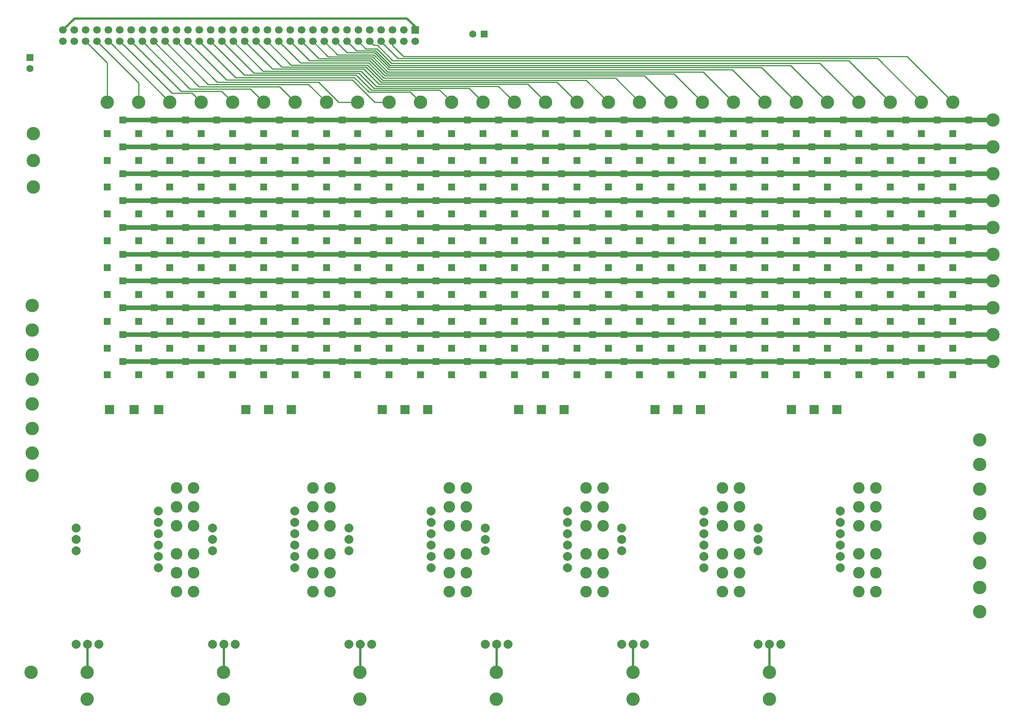
<source format=gbr>
G04 #@! TF.GenerationSoftware,KiCad,Pcbnew,(5.0.0)*
G04 #@! TF.CreationDate,2019-08-30T17:40:10+01:00*
G04 #@! TF.ProjectId,A-GA,412D47412E6B696361645F7063620000,rev?*
G04 #@! TF.SameCoordinates,Original*
G04 #@! TF.FileFunction,Copper,L1,Top,Signal*
G04 #@! TF.FilePolarity,Positive*
%FSLAX46Y46*%
G04 Gerber Fmt 4.6, Leading zero omitted, Abs format (unit mm)*
G04 Created by KiCad (PCBNEW (5.0.0)) date 08/30/19 17:40:10*
%MOMM*%
%LPD*%
G01*
G04 APERTURE LIST*
G04 #@! TA.AperFunction,ComponentPad*
%ADD10R,2.000000X2.000000*%
G04 #@! TD*
G04 #@! TA.AperFunction,ComponentPad*
%ADD11R,1.700000X1.700000*%
G04 #@! TD*
G04 #@! TA.AperFunction,ComponentPad*
%ADD12C,1.700000*%
G04 #@! TD*
G04 #@! TA.AperFunction,ComponentPad*
%ADD13C,1.600000*%
G04 #@! TD*
G04 #@! TA.AperFunction,ComponentPad*
%ADD14R,1.600000X1.600000*%
G04 #@! TD*
G04 #@! TA.AperFunction,ComponentPad*
%ADD15C,2.000000*%
G04 #@! TD*
G04 #@! TA.AperFunction,ComponentPad*
%ADD16C,3.000000*%
G04 #@! TD*
G04 #@! TA.AperFunction,ComponentPad*
%ADD17C,2.600000*%
G04 #@! TD*
G04 #@! TA.AperFunction,ComponentPad*
%ADD18R,1.500000X1.500000*%
G04 #@! TD*
G04 #@! TA.AperFunction,Conductor*
%ADD19C,0.250000*%
G04 #@! TD*
G04 #@! TA.AperFunction,Conductor*
%ADD20C,0.530000*%
G04 #@! TD*
G04 #@! TA.AperFunction,Conductor*
%ADD21C,0.500000*%
G04 #@! TD*
G04 #@! TA.AperFunction,Conductor*
%ADD22C,1.000000*%
G04 #@! TD*
G04 APERTURE END LIST*
D10*
G04 #@! TO.P,TPLA11,1*
G04 #@! TO.N,Net-(TPLA11-Pad1)*
X61000000Y-115750000D03*
G04 #@! TD*
D11*
G04 #@! TO.P,J1,1*
G04 #@! TO.N,GND*
X118345000Y-30861000D03*
D12*
G04 #@! TO.P,J1,A*
X118345000Y-33401000D03*
G04 #@! TO.P,J1,2*
G04 #@! TO.N,6v*
X115805000Y-30861000D03*
G04 #@! TO.P,J1,B*
X115805000Y-33401000D03*
G04 #@! TO.P,J1,3*
G04 #@! TO.N,N/C*
X113265000Y-30861000D03*
G04 #@! TO.P,J1,C*
G04 #@! TO.N,C*
X113265000Y-33401000D03*
G04 #@! TO.P,J1,4*
G04 #@! TO.N,N/C*
X110725000Y-30861000D03*
G04 #@! TO.P,J1,D*
G04 #@! TO.N,D*
X110725000Y-33401000D03*
G04 #@! TO.P,J1,5*
G04 #@! TO.N,N/C*
X108185000Y-30861000D03*
G04 #@! TO.P,J1,E*
G04 #@! TO.N,E*
X108185000Y-33401000D03*
G04 #@! TO.P,J1,6*
G04 #@! TO.N,N/C*
X105645000Y-30861000D03*
G04 #@! TO.P,J1,F*
G04 #@! TO.N,F*
X105645000Y-33401000D03*
G04 #@! TO.P,J1,7*
G04 #@! TO.N,7*
X103105000Y-30861000D03*
G04 #@! TO.P,J1,H*
G04 #@! TO.N,H*
X103105000Y-33401000D03*
G04 #@! TO.P,J1,8*
G04 #@! TO.N,8*
X100565000Y-30861000D03*
G04 #@! TO.P,J1,J*
G04 #@! TO.N,J*
X100565000Y-33401000D03*
G04 #@! TO.P,J1,9*
G04 #@! TO.N,9*
X98025000Y-30861000D03*
G04 #@! TO.P,J1,K*
G04 #@! TO.N,K*
X98025000Y-33401000D03*
G04 #@! TO.P,J1,10*
G04 #@! TO.N,10*
X95485000Y-30861000D03*
G04 #@! TO.P,J1,L*
G04 #@! TO.N,L*
X95485000Y-33401000D03*
G04 #@! TO.P,J1,11*
G04 #@! TO.N,11*
X92945000Y-30861000D03*
G04 #@! TO.P,J1,M*
G04 #@! TO.N,M*
X92945000Y-33401000D03*
G04 #@! TO.P,J1,12*
G04 #@! TO.N,12*
X90405000Y-30861000D03*
G04 #@! TO.P,J1,N*
G04 #@! TO.N,N*
X90405000Y-33401000D03*
G04 #@! TO.P,J1,13*
G04 #@! TO.N,13*
X87865000Y-30861000D03*
G04 #@! TO.P,J1,P*
G04 #@! TO.N,P*
X87865000Y-33401000D03*
G04 #@! TO.P,J1,14*
G04 #@! TO.N,14*
X85325000Y-30861000D03*
G04 #@! TO.P,J1,R*
G04 #@! TO.N,R*
X85325000Y-33401000D03*
G04 #@! TO.P,J1,15*
G04 #@! TO.N,15*
X82785000Y-30861000D03*
G04 #@! TO.P,J1,S*
G04 #@! TO.N,S*
X82785000Y-33401000D03*
G04 #@! TO.P,J1,16*
G04 #@! TO.N,N/C*
X80245000Y-30861000D03*
G04 #@! TO.P,J1,T*
G04 #@! TO.N,T*
X80245000Y-33401000D03*
G04 #@! TO.P,J1,17*
G04 #@! TO.N,N/C*
X77705000Y-30861000D03*
G04 #@! TO.P,J1,U*
G04 #@! TO.N,U*
X77705000Y-33401000D03*
G04 #@! TO.P,J1,18*
G04 #@! TO.N,18*
X75165000Y-30861000D03*
G04 #@! TO.P,J1,V*
G04 #@! TO.N,V*
X75165000Y-33401000D03*
G04 #@! TO.P,J1,19*
G04 #@! TO.N,CA-*
X72625000Y-30861000D03*
G04 #@! TO.P,J1,W*
G04 #@! TO.N,W*
X72625000Y-33401000D03*
G04 #@! TO.P,J1,20*
G04 #@! TO.N,CA*
X70085000Y-30861000D03*
G04 #@! TO.P,J1,X*
G04 #@! TO.N,X*
X70085000Y-33401000D03*
G04 #@! TO.P,J1,21*
G04 #@! TO.N,S4-*
X67545000Y-30861000D03*
G04 #@! TO.P,J1,Y*
G04 #@! TO.N,Y*
X67545000Y-33401000D03*
G04 #@! TO.P,J1,22*
G04 #@! TO.N,S4*
X65005000Y-30861000D03*
G04 #@! TO.P,J1,Z*
G04 #@! TO.N,Z*
X65005000Y-33401000D03*
G04 #@! TO.P,J1,23*
G04 #@! TO.N,S3*
X62465000Y-30861000D03*
G04 #@! TO.P,J1,AA*
G04 #@! TO.N,AA*
X62465000Y-33401000D03*
G04 #@! TO.P,J1,24*
G04 #@! TO.N,S2*
X59925000Y-30861000D03*
G04 #@! TO.P,J1,AB*
G04 #@! TO.N,AB*
X59925000Y-33401000D03*
G04 #@! TO.P,J1,25*
G04 #@! TO.N,S1*
X57385000Y-30861000D03*
G04 #@! TO.P,J1,AC*
G04 #@! TO.N,AC*
X57385000Y-33401000D03*
G04 #@! TO.P,J1,26*
G04 #@! TO.N,S0*
X54845000Y-30861000D03*
G04 #@! TO.P,J1,AD*
G04 #@! TO.N,AD*
X54845000Y-33401000D03*
G04 #@! TO.P,J1,27*
G04 #@! TO.N,N/C*
X52305000Y-30861000D03*
G04 #@! TO.P,J1,AE*
G04 #@! TO.N,AE*
X52305000Y-33401000D03*
G04 #@! TO.P,J1,28*
G04 #@! TO.N,N/C*
X49765000Y-30861000D03*
G04 #@! TO.P,J1,AF*
G04 #@! TO.N,AF*
X49765000Y-33401000D03*
G04 #@! TO.P,J1,29*
G04 #@! TO.N,29*
X47225000Y-30861000D03*
G04 #@! TO.P,J1,AH*
G04 #@! TO.N,AH*
X47225000Y-33401000D03*
G04 #@! TO.P,J1,30*
G04 #@! TO.N,N/C*
X44685000Y-30861000D03*
G04 #@! TO.P,J1,AJ*
G04 #@! TO.N,AJ*
X44685000Y-33401000D03*
G04 #@! TO.P,J1,31*
G04 #@! TO.N,Neg6v*
X42145000Y-30861000D03*
G04 #@! TO.P,J1,AK*
X42145000Y-33401000D03*
G04 #@! TO.P,J1,32*
G04 #@! TO.N,GND*
X39605000Y-30861000D03*
G04 #@! TO.P,J1,AL*
X39605000Y-33401000D03*
G04 #@! TD*
D13*
G04 #@! TO.P,C1,2*
G04 #@! TO.N,Neg6v*
X32250000Y-39500000D03*
D14*
G04 #@! TO.P,C1,1*
G04 #@! TO.N,GND*
X32250000Y-37000000D03*
G04 #@! TD*
D15*
G04 #@! TO.P,U6,13*
G04 #@! TO.N,Net-(TPLF13-Pad1)*
X194945000Y-142240000D03*
G04 #@! TO.P,U6,12*
G04 #@! TO.N,Net-(TPLF12-Pad1)*
X194945000Y-144780000D03*
G04 #@! TO.P,U6,11*
G04 #@! TO.N,Net-(TPLF11-Pad1)*
X194945000Y-147320000D03*
G04 #@! TO.P,U6,6*
G04 #@! TO.N,Net-(TPLF6-Pad1)*
X213360000Y-138430000D03*
G04 #@! TO.P,U6,5*
G04 #@! TO.N,Net-(TPLF5-Pad1)*
X213360000Y-140970000D03*
G04 #@! TO.P,U6,4*
G04 #@! TO.N,Net-(TPLF4-Pad1)*
X213360000Y-143510000D03*
G04 #@! TO.P,U6,3*
G04 #@! TO.N,Net-(TPLF3-Pad1)*
X213360000Y-146050000D03*
G04 #@! TO.P,U6,2*
G04 #@! TO.N,Net-(TPLF2-Pad1)*
X213360000Y-148590000D03*
G04 #@! TO.P,U6,1*
G04 #@! TO.N,Net-(TPLF1-Pad1)*
X213360000Y-151130000D03*
G04 #@! TO.P,U6,23*
G04 #@! TO.N,Neg6v*
X200025000Y-168275000D03*
G04 #@! TO.P,U6,22*
G04 #@! TO.N,Net-(TPG61-Pad1)*
X197485000Y-168275000D03*
G04 #@! TO.P,U6,21*
G04 #@! TO.N,6v*
X194945000Y-168275000D03*
G04 #@! TD*
G04 #@! TO.P,U5,13*
G04 #@! TO.N,Net-(TPLE13-Pad1)*
X164465000Y-142240000D03*
G04 #@! TO.P,U5,12*
G04 #@! TO.N,Net-(TPLE12-Pad1)*
X164465000Y-144780000D03*
G04 #@! TO.P,U5,11*
G04 #@! TO.N,Net-(TPLE11-Pad1)*
X164465000Y-147320000D03*
G04 #@! TO.P,U5,6*
G04 #@! TO.N,Net-(TPLE6-Pad1)*
X182880000Y-138430000D03*
G04 #@! TO.P,U5,5*
G04 #@! TO.N,Net-(TPLE5-Pad1)*
X182880000Y-140970000D03*
G04 #@! TO.P,U5,4*
G04 #@! TO.N,Net-(TPLE4-Pad1)*
X182880000Y-143510000D03*
G04 #@! TO.P,U5,3*
G04 #@! TO.N,Net-(TPLE3-Pad1)*
X182880000Y-146050000D03*
G04 #@! TO.P,U5,2*
G04 #@! TO.N,Net-(TPLE2-Pad1)*
X182880000Y-148590000D03*
G04 #@! TO.P,U5,1*
G04 #@! TO.N,Net-(TPLE1-Pad1)*
X182880000Y-151130000D03*
G04 #@! TO.P,U5,23*
G04 #@! TO.N,Neg6v*
X169545000Y-168275000D03*
G04 #@! TO.P,U5,22*
G04 #@! TO.N,Net-(TPG51-Pad1)*
X167005000Y-168275000D03*
G04 #@! TO.P,U5,21*
G04 #@! TO.N,6v*
X164465000Y-168275000D03*
G04 #@! TD*
G04 #@! TO.P,U4,13*
G04 #@! TO.N,Net-(TPLBD13-Pad1)*
X133985000Y-142240000D03*
G04 #@! TO.P,U4,12*
G04 #@! TO.N,Net-(TPLD12-Pad1)*
X133985000Y-144780000D03*
G04 #@! TO.P,U4,11*
G04 #@! TO.N,Net-(TPLD11-Pad1)*
X133985000Y-147320000D03*
G04 #@! TO.P,U4,6*
G04 #@! TO.N,Net-(TPLD6-Pad1)*
X152400000Y-138430000D03*
G04 #@! TO.P,U4,5*
G04 #@! TO.N,Net-(TPLD5-Pad1)*
X152400000Y-140970000D03*
G04 #@! TO.P,U4,4*
G04 #@! TO.N,Net-(TPLD4-Pad1)*
X152400000Y-143510000D03*
G04 #@! TO.P,U4,3*
G04 #@! TO.N,Net-(TPLD3-Pad1)*
X152400000Y-146050000D03*
G04 #@! TO.P,U4,2*
G04 #@! TO.N,Net-(TPLD2-Pad1)*
X152400000Y-148590000D03*
G04 #@! TO.P,U4,1*
G04 #@! TO.N,Net-(TPLD1-Pad1)*
X152400000Y-151130000D03*
G04 #@! TO.P,U4,23*
G04 #@! TO.N,Neg6v*
X139065000Y-168275000D03*
G04 #@! TO.P,U4,22*
G04 #@! TO.N,Net-(TPG41-Pad1)*
X136525000Y-168275000D03*
G04 #@! TO.P,U4,21*
G04 #@! TO.N,6v*
X133985000Y-168275000D03*
G04 #@! TD*
G04 #@! TO.P,U1,13*
G04 #@! TO.N,Net-(TPLA13-Pad1)*
X42545000Y-142240000D03*
G04 #@! TO.P,U1,12*
G04 #@! TO.N,Net-(TPLA12-Pad1)*
X42545000Y-144780000D03*
G04 #@! TO.P,U1,11*
G04 #@! TO.N,Net-(TPLA11-Pad1)*
X42545000Y-147320000D03*
G04 #@! TO.P,U1,6*
G04 #@! TO.N,Net-(TPLA6-Pad1)*
X60960000Y-138430000D03*
G04 #@! TO.P,U1,5*
G04 #@! TO.N,Net-(TPLA5-Pad1)*
X60960000Y-140970000D03*
G04 #@! TO.P,U1,4*
G04 #@! TO.N,Net-(TPLA4-Pad1)*
X60960000Y-143510000D03*
G04 #@! TO.P,U1,3*
G04 #@! TO.N,Net-(TPLA3-Pad1)*
X60960000Y-146050000D03*
G04 #@! TO.P,U1,2*
G04 #@! TO.N,Net-(TPLA2-Pad1)*
X60960000Y-148590000D03*
G04 #@! TO.P,U1,1*
G04 #@! TO.N,Net-(TPLA1-Pad1)*
X60960000Y-151130000D03*
G04 #@! TO.P,U1,23*
G04 #@! TO.N,Neg6v*
X47625000Y-168275000D03*
G04 #@! TO.P,U1,22*
G04 #@! TO.N,Net-(TPG11-Pad1)*
X45085000Y-168275000D03*
G04 #@! TO.P,U1,21*
G04 #@! TO.N,6v*
X42545000Y-168275000D03*
G04 #@! TD*
G04 #@! TO.P,U2,13*
G04 #@! TO.N,Net-(TPLB13-Pad1)*
X73025000Y-142240000D03*
G04 #@! TO.P,U2,12*
G04 #@! TO.N,Net-(TPLB12-Pad1)*
X73025000Y-144780000D03*
G04 #@! TO.P,U2,11*
G04 #@! TO.N,Net-(TPLB11-Pad1)*
X73025000Y-147320000D03*
G04 #@! TO.P,U2,6*
G04 #@! TO.N,Net-(TPLB6-Pad1)*
X91440000Y-138430000D03*
G04 #@! TO.P,U2,5*
G04 #@! TO.N,Net-(TPLB5-Pad1)*
X91440000Y-140970000D03*
G04 #@! TO.P,U2,4*
G04 #@! TO.N,Net-(TPLB4-Pad1)*
X91440000Y-143510000D03*
G04 #@! TO.P,U2,3*
G04 #@! TO.N,Net-(TPLB3-Pad1)*
X91440000Y-146050000D03*
G04 #@! TO.P,U2,2*
G04 #@! TO.N,Net-(TPLB2-Pad1)*
X91440000Y-148590000D03*
G04 #@! TO.P,U2,1*
G04 #@! TO.N,Net-(TPLB1-Pad1)*
X91440000Y-151130000D03*
G04 #@! TO.P,U2,23*
G04 #@! TO.N,Neg6v*
X78105000Y-168275000D03*
G04 #@! TO.P,U2,22*
G04 #@! TO.N,Net-(TPG21-Pad1)*
X75565000Y-168275000D03*
G04 #@! TO.P,U2,21*
G04 #@! TO.N,6v*
X73025000Y-168275000D03*
G04 #@! TD*
D14*
G04 #@! TO.P,C2,1*
G04 #@! TO.N,6v*
X133750000Y-31750000D03*
D13*
G04 #@! TO.P,C2,2*
G04 #@! TO.N,GND*
X131250000Y-31750000D03*
G04 #@! TD*
D16*
G04 #@! TO.P,TPX1,1*
G04 #@! TO.N,AJ*
X49500000Y-47000000D03*
G04 #@! TD*
G04 #@! TO.P,TPX2,1*
G04 #@! TO.N,AH*
X56500000Y-47000000D03*
G04 #@! TD*
G04 #@! TO.P,TPX3,1*
G04 #@! TO.N,AF*
X63500000Y-47000000D03*
G04 #@! TD*
G04 #@! TO.P,TPX4,1*
G04 #@! TO.N,AE*
X70500000Y-47000000D03*
G04 #@! TD*
G04 #@! TO.P,TPX5,1*
G04 #@! TO.N,AD*
X77500000Y-47000000D03*
G04 #@! TD*
G04 #@! TO.P,TPX6,1*
G04 #@! TO.N,AC*
X84500000Y-47000000D03*
G04 #@! TD*
G04 #@! TO.P,TPX7,1*
G04 #@! TO.N,AB*
X91500000Y-47000000D03*
G04 #@! TD*
G04 #@! TO.P,TPX8,1*
G04 #@! TO.N,AA*
X98500000Y-47000000D03*
G04 #@! TD*
G04 #@! TO.P,TPX9,1*
G04 #@! TO.N,Z*
X105500000Y-47000000D03*
G04 #@! TD*
G04 #@! TO.P,TPX10,1*
G04 #@! TO.N,Y*
X112500000Y-47000000D03*
G04 #@! TD*
G04 #@! TO.P,TPX11,1*
G04 #@! TO.N,X*
X119500000Y-47000000D03*
G04 #@! TD*
G04 #@! TO.P,TPX12,1*
G04 #@! TO.N,W*
X126500000Y-47000000D03*
G04 #@! TD*
G04 #@! TO.P,TPX13,1*
G04 #@! TO.N,V*
X133500000Y-47000000D03*
G04 #@! TD*
G04 #@! TO.P,TPX14,1*
G04 #@! TO.N,U*
X140500000Y-47000000D03*
G04 #@! TD*
G04 #@! TO.P,TPX15,1*
G04 #@! TO.N,T*
X147500000Y-47000000D03*
G04 #@! TD*
G04 #@! TO.P,TPX16,1*
G04 #@! TO.N,S*
X154500000Y-47000000D03*
G04 #@! TD*
G04 #@! TO.P,TPX17,1*
G04 #@! TO.N,R*
X161500000Y-47000000D03*
G04 #@! TD*
G04 #@! TO.P,TPX18,1*
G04 #@! TO.N,P*
X168500000Y-47000000D03*
G04 #@! TD*
G04 #@! TO.P,TPY1,1*
G04 #@! TO.N,Net-(MH10-Pad1)*
X247500000Y-51000000D03*
G04 #@! TD*
G04 #@! TO.P,TPY2,1*
G04 #@! TO.N,Net-(MH12-Pad1)*
X247500000Y-57000000D03*
G04 #@! TD*
G04 #@! TO.P,TPY3,1*
G04 #@! TO.N,Net-(MH411-Pad1)*
X247500000Y-63000000D03*
G04 #@! TD*
G04 #@! TO.P,TPY4,1*
G04 #@! TO.N,Net-(MH100-Pad1)*
X247500000Y-69000000D03*
G04 #@! TD*
G04 #@! TO.P,TPY5,1*
G04 #@! TO.N,Net-(MH110-Pad1)*
X247500000Y-75000000D03*
G04 #@! TD*
G04 #@! TO.P,TPY6,1*
G04 #@! TO.N,Net-(MH128-Pad1)*
X247500000Y-81000000D03*
G04 #@! TD*
G04 #@! TO.P,TPY7,1*
G04 #@! TO.N,Net-(MH146-Pad1)*
X247500000Y-87000000D03*
G04 #@! TD*
G04 #@! TO.P,TPY8,1*
G04 #@! TO.N,Net-(MH164-Pad1)*
X247500000Y-93000000D03*
G04 #@! TD*
G04 #@! TO.P,TPY9,1*
G04 #@! TO.N,Net-(MH182-Pad1)*
X247500000Y-99000000D03*
G04 #@! TD*
G04 #@! TO.P,TPY10,1*
G04 #@! TO.N,Net-(MH200-Pad1)*
X247500000Y-105000000D03*
G04 #@! TD*
G04 #@! TO.P,TPX19,1*
G04 #@! TO.N,N*
X175500000Y-47000000D03*
G04 #@! TD*
G04 #@! TO.P,TPX20,1*
G04 #@! TO.N,M*
X182500000Y-47000000D03*
G04 #@! TD*
G04 #@! TO.P,TPX21,1*
G04 #@! TO.N,L*
X189500000Y-47000000D03*
G04 #@! TD*
G04 #@! TO.P,TPX22,1*
G04 #@! TO.N,K*
X196500000Y-47000000D03*
G04 #@! TD*
G04 #@! TO.P,TPX23,1*
G04 #@! TO.N,J*
X203500000Y-47000000D03*
G04 #@! TD*
G04 #@! TO.P,TPX24,1*
G04 #@! TO.N,H*
X210500000Y-47000000D03*
G04 #@! TD*
G04 #@! TO.P,TPX25,1*
G04 #@! TO.N,F*
X217500000Y-47000000D03*
G04 #@! TD*
G04 #@! TO.P,TPX26,1*
G04 #@! TO.N,E*
X224500000Y-47000000D03*
G04 #@! TD*
G04 #@! TO.P,TPX27,1*
G04 #@! TO.N,D*
X231500000Y-47000000D03*
G04 #@! TD*
G04 #@! TO.P,TPX28,1*
G04 #@! TO.N,C*
X238500000Y-47000000D03*
G04 #@! TD*
G04 #@! TO.P,TPG11,1*
G04 #@! TO.N,Net-(TPG11-Pad1)*
X45000000Y-180500000D03*
G04 #@! TD*
G04 #@! TO.P,TPG12,1*
G04 #@! TO.N,Net-(TPG11-Pad1)*
X45000000Y-174500000D03*
G04 #@! TD*
G04 #@! TO.P,TPG21,1*
G04 #@! TO.N,Net-(TPG21-Pad1)*
X75500000Y-180500000D03*
G04 #@! TD*
G04 #@! TO.P,TPG22,1*
G04 #@! TO.N,Net-(TPG21-Pad1)*
X75500000Y-174500000D03*
G04 #@! TD*
G04 #@! TO.P,TPG31,1*
G04 #@! TO.N,Net-(TPG31-Pad1)*
X106000000Y-180500000D03*
G04 #@! TD*
G04 #@! TO.P,TPG32,1*
G04 #@! TO.N,Net-(TPG31-Pad1)*
X106000000Y-174500000D03*
G04 #@! TD*
G04 #@! TO.P,TPG41,1*
G04 #@! TO.N,Net-(TPG41-Pad1)*
X136500000Y-180500000D03*
G04 #@! TD*
G04 #@! TO.P,TPG42,1*
G04 #@! TO.N,Net-(TPG41-Pad1)*
X136500000Y-174500000D03*
G04 #@! TD*
G04 #@! TO.P,TPG51,1*
G04 #@! TO.N,Net-(TPG51-Pad1)*
X167000000Y-180500000D03*
G04 #@! TD*
G04 #@! TO.P,TPG52,1*
G04 #@! TO.N,Net-(TPG51-Pad1)*
X167000000Y-174500000D03*
G04 #@! TD*
G04 #@! TO.P,TPG61,1*
G04 #@! TO.N,Net-(TPG61-Pad1)*
X197500000Y-180500000D03*
G04 #@! TD*
G04 #@! TO.P,TPG62,1*
G04 #@! TO.N,Net-(TPG61-Pad1)*
X197500000Y-174500000D03*
G04 #@! TD*
G04 #@! TO.P,TPI7,1*
G04 #@! TO.N,7*
X244500000Y-161000000D03*
G04 #@! TD*
G04 #@! TO.P,TPI8,1*
G04 #@! TO.N,8*
X244500000Y-155500000D03*
G04 #@! TD*
G04 #@! TO.P,TPI9,1*
G04 #@! TO.N,9*
X244500000Y-150000000D03*
G04 #@! TD*
G04 #@! TO.P,TPI10,1*
G04 #@! TO.N,10*
X244500000Y-144500000D03*
G04 #@! TD*
G04 #@! TO.P,TPI11,1*
G04 #@! TO.N,11*
X244500000Y-139000000D03*
G04 #@! TD*
G04 #@! TO.P,TPI14,1*
G04 #@! TO.N,14*
X244500000Y-133500000D03*
G04 #@! TD*
G04 #@! TO.P,TPI15,1*
G04 #@! TO.N,15*
X244500000Y-128000000D03*
G04 #@! TD*
G04 #@! TO.P,TPI18,1*
G04 #@! TO.N,18*
X244500000Y-122500000D03*
G04 #@! TD*
G04 #@! TO.P,TPI19,1*
G04 #@! TO.N,CA-*
X32750000Y-130500000D03*
G04 #@! TD*
G04 #@! TO.P,TPI20,1*
G04 #@! TO.N,CA*
X32750000Y-125500000D03*
G04 #@! TD*
G04 #@! TO.P,TPI21,1*
G04 #@! TO.N,S4-*
X32750000Y-120000000D03*
G04 #@! TD*
G04 #@! TO.P,TPI22,1*
G04 #@! TO.N,S4*
X32750000Y-114500000D03*
G04 #@! TD*
G04 #@! TO.P,TPI23,1*
G04 #@! TO.N,S3*
X32750000Y-109000000D03*
G04 #@! TD*
G04 #@! TO.P,TPI24,1*
G04 #@! TO.N,S2*
X32750000Y-103500000D03*
G04 #@! TD*
G04 #@! TO.P,TPI25,1*
G04 #@! TO.N,S1*
X32750000Y-98000000D03*
G04 #@! TD*
G04 #@! TO.P,TPI26,1*
G04 #@! TO.N,S0*
X32750000Y-92500000D03*
G04 #@! TD*
D15*
G04 #@! TO.P,U3,21*
G04 #@! TO.N,6v*
X103505000Y-168275000D03*
G04 #@! TO.P,U3,22*
G04 #@! TO.N,Net-(TPG31-Pad1)*
X106045000Y-168275000D03*
G04 #@! TO.P,U3,23*
G04 #@! TO.N,Neg6v*
X108585000Y-168275000D03*
G04 #@! TO.P,U3,1*
G04 #@! TO.N,Net-(TPLC1-Pad1)*
X121920000Y-151130000D03*
G04 #@! TO.P,U3,2*
G04 #@! TO.N,Net-(TPLC2-Pad1)*
X121920000Y-148590000D03*
G04 #@! TO.P,U3,3*
G04 #@! TO.N,Net-(TPLC3-Pad1)*
X121920000Y-146050000D03*
G04 #@! TO.P,U3,4*
G04 #@! TO.N,Net-(TPLC4-Pad1)*
X121920000Y-143510000D03*
G04 #@! TO.P,U3,5*
G04 #@! TO.N,Net-(TPLC5-Pad1)*
X121920000Y-140970000D03*
G04 #@! TO.P,U3,6*
G04 #@! TO.N,Net-(TPLC6-Pad1)*
X121920000Y-138430000D03*
G04 #@! TO.P,U3,11*
G04 #@! TO.N,Net-(TPLC11-Pad1)*
X103505000Y-147320000D03*
G04 #@! TO.P,U3,12*
G04 #@! TO.N,Net-(TPLC12-Pad1)*
X103505000Y-144780000D03*
G04 #@! TO.P,U3,13*
G04 #@! TO.N,Net-(TPLC13-Pad1)*
X103505000Y-142240000D03*
G04 #@! TD*
D16*
G04 #@! TO.P,TPG0,1*
G04 #@! TO.N,GND*
X32500000Y-174500000D03*
G04 #@! TD*
D17*
G04 #@! TO.P,TPLA1,1*
G04 #@! TO.N,Net-(TPLA1-Pad1)*
X65000000Y-156500000D03*
X68810000Y-156500000D03*
G04 #@! TD*
G04 #@! TO.P,TPLA2,1*
G04 #@! TO.N,Net-(TPLA2-Pad1)*
X68810000Y-152250000D03*
X65000000Y-152250000D03*
G04 #@! TD*
G04 #@! TO.P,TPLA3,1*
G04 #@! TO.N,Net-(TPLA3-Pad1)*
X65000000Y-148000000D03*
X68810000Y-148000000D03*
G04 #@! TD*
G04 #@! TO.P,TPLA4,1*
G04 #@! TO.N,Net-(TPLA4-Pad1)*
X68810000Y-141750000D03*
X65000000Y-141750000D03*
G04 #@! TD*
G04 #@! TO.P,TPLA5,1*
G04 #@! TO.N,Net-(TPLA5-Pad1)*
X65000000Y-137500000D03*
X68810000Y-137500000D03*
G04 #@! TD*
G04 #@! TO.P,TPLA6,1*
G04 #@! TO.N,Net-(TPLA6-Pad1)*
X68810000Y-133250000D03*
X65000000Y-133250000D03*
G04 #@! TD*
D10*
G04 #@! TO.P,TPLA12,1*
G04 #@! TO.N,Net-(TPLA12-Pad1)*
X55500000Y-115750000D03*
G04 #@! TD*
G04 #@! TO.P,TPLA13,1*
G04 #@! TO.N,Net-(TPLA13-Pad1)*
X50000000Y-115750000D03*
G04 #@! TD*
D18*
G04 #@! TO.P,MH1,1*
G04 #@! TO.N,P*
X168500000Y-54000000D03*
G04 #@! TD*
G04 #@! TO.P,MH2,1*
G04 #@! TO.N,Net-(MH10-Pad1)*
X144000000Y-51000000D03*
G04 #@! TD*
G04 #@! TO.P,MH3,1*
G04 #@! TO.N,Net-(MH10-Pad1)*
X109000000Y-51000000D03*
G04 #@! TD*
G04 #@! TO.P,MH4,1*
G04 #@! TO.N,Net-(MH10-Pad1)*
X151000000Y-51000000D03*
G04 #@! TD*
G04 #@! TO.P,MH5,1*
G04 #@! TO.N,Net-(MH10-Pad1)*
X116000000Y-51000000D03*
G04 #@! TD*
G04 #@! TO.P,MH6,1*
G04 #@! TO.N,Net-(MH10-Pad1)*
X123000000Y-51000000D03*
G04 #@! TD*
G04 #@! TO.P,MH7,1*
G04 #@! TO.N,Net-(MH10-Pad1)*
X158000000Y-51000000D03*
G04 #@! TD*
G04 #@! TO.P,MH8,1*
G04 #@! TO.N,Net-(MH10-Pad1)*
X130000000Y-51000000D03*
G04 #@! TD*
G04 #@! TO.P,MH9,1*
G04 #@! TO.N,Net-(MH10-Pad1)*
X137000000Y-51000000D03*
G04 #@! TD*
G04 #@! TO.P,MH10,1*
G04 #@! TO.N,Net-(MH10-Pad1)*
X165000000Y-51000000D03*
G04 #@! TD*
G04 #@! TO.P,MH11,1*
G04 #@! TO.N,P*
X168500000Y-60000000D03*
G04 #@! TD*
G04 #@! TO.P,MH12,1*
G04 #@! TO.N,Net-(MH12-Pad1)*
X165000000Y-57000000D03*
G04 #@! TD*
G04 #@! TO.P,MH13,1*
G04 #@! TO.N,R*
X161500000Y-96000000D03*
G04 #@! TD*
G04 #@! TO.P,MH14,1*
G04 #@! TO.N,S*
X154500000Y-96000000D03*
G04 #@! TD*
G04 #@! TO.P,MH15,1*
G04 #@! TO.N,T*
X147500000Y-54000000D03*
G04 #@! TD*
G04 #@! TO.P,MH16,1*
G04 #@! TO.N,U*
X140500000Y-66000000D03*
G04 #@! TD*
G04 #@! TO.P,MH17,1*
G04 #@! TO.N,V*
X133500000Y-54000000D03*
G04 #@! TD*
G04 #@! TO.P,MH18,1*
G04 #@! TO.N,W*
X126500000Y-54000000D03*
G04 #@! TD*
G04 #@! TO.P,MH19,1*
G04 #@! TO.N,X*
X119500000Y-54000000D03*
G04 #@! TD*
G04 #@! TO.P,MH20,1*
G04 #@! TO.N,Y*
X112500000Y-54000000D03*
G04 #@! TD*
G04 #@! TO.P,MH21,1*
G04 #@! TO.N,Z*
X105500000Y-54000000D03*
G04 #@! TD*
G04 #@! TO.P,MH22,1*
G04 #@! TO.N,AA*
X98500000Y-54000000D03*
G04 #@! TD*
G04 #@! TO.P,MH23,1*
G04 #@! TO.N,AB*
X91500000Y-54000000D03*
G04 #@! TD*
G04 #@! TO.P,MH24,1*
G04 #@! TO.N,AC*
X84500000Y-54000000D03*
G04 #@! TD*
G04 #@! TO.P,MH25,1*
G04 #@! TO.N,AD*
X77500000Y-54000000D03*
G04 #@! TD*
G04 #@! TO.P,MH26,1*
G04 #@! TO.N,AE*
X70500000Y-84000000D03*
G04 #@! TD*
G04 #@! TO.P,MH27,1*
G04 #@! TO.N,AF*
X63500000Y-54000000D03*
G04 #@! TD*
G04 #@! TO.P,MH28,1*
G04 #@! TO.N,AH*
X56500000Y-54000000D03*
G04 #@! TD*
G04 #@! TO.P,MH29,1*
G04 #@! TO.N,AJ*
X49500000Y-90000000D03*
G04 #@! TD*
G04 #@! TO.P,MH30,1*
G04 #@! TO.N,Net-(MH10-Pad1)*
X172000000Y-51000000D03*
G04 #@! TD*
G04 #@! TO.P,MH31,1*
G04 #@! TO.N,Net-(MH10-Pad1)*
X60000000Y-51000000D03*
G04 #@! TD*
G04 #@! TO.P,MH32,1*
G04 #@! TO.N,Net-(MH10-Pad1)*
X95000000Y-51000000D03*
G04 #@! TD*
G04 #@! TO.P,MH33,1*
G04 #@! TO.N,Net-(MH10-Pad1)*
X81000000Y-51000000D03*
G04 #@! TD*
G04 #@! TO.P,MH34,1*
G04 #@! TO.N,Net-(MH10-Pad1)*
X102000000Y-51000000D03*
G04 #@! TD*
G04 #@! TO.P,MH35,1*
G04 #@! TO.N,Net-(MH10-Pad1)*
X74000000Y-51000000D03*
G04 #@! TD*
G04 #@! TO.P,MH36,1*
G04 #@! TO.N,Net-(MH10-Pad1)*
X88000000Y-51000000D03*
G04 #@! TD*
G04 #@! TO.P,MH37,1*
G04 #@! TO.N,Net-(MH10-Pad1)*
X53000000Y-51000000D03*
G04 #@! TD*
G04 #@! TO.P,MH38,1*
G04 #@! TO.N,Net-(MH10-Pad1)*
X67000000Y-51000000D03*
G04 #@! TD*
G04 #@! TO.P,MH39,1*
G04 #@! TO.N,R*
X161500000Y-54000000D03*
G04 #@! TD*
G04 #@! TO.P,MH40,1*
G04 #@! TO.N,S*
X154500000Y-54000000D03*
G04 #@! TD*
G04 #@! TO.P,MH41,1*
G04 #@! TO.N,T*
X147500000Y-102000000D03*
G04 #@! TD*
G04 #@! TO.P,MH42,1*
G04 #@! TO.N,U*
X140500000Y-108000000D03*
G04 #@! TD*
G04 #@! TO.P,MH43,1*
G04 #@! TO.N,V*
X133500000Y-108000000D03*
G04 #@! TD*
G04 #@! TO.P,MH44,1*
G04 #@! TO.N,W*
X126500000Y-108000000D03*
G04 #@! TD*
G04 #@! TO.P,MH45,1*
G04 #@! TO.N,X*
X119500000Y-96000000D03*
G04 #@! TD*
G04 #@! TO.P,MH46,1*
G04 #@! TO.N,Y*
X112500000Y-108000000D03*
G04 #@! TD*
G04 #@! TO.P,MH47,1*
G04 #@! TO.N,Z*
X105500000Y-60000000D03*
G04 #@! TD*
G04 #@! TO.P,MH48,1*
G04 #@! TO.N,AA*
X98500000Y-60000000D03*
G04 #@! TD*
G04 #@! TO.P,MH49,1*
G04 #@! TO.N,AB*
X91500000Y-108000000D03*
G04 #@! TD*
G04 #@! TO.P,MH50,1*
G04 #@! TO.N,AC*
X84500000Y-108000000D03*
G04 #@! TD*
G04 #@! TO.P,MH51,1*
G04 #@! TO.N,AD*
X77500000Y-60000000D03*
G04 #@! TD*
G04 #@! TO.P,MH52,1*
G04 #@! TO.N,AE*
X70500000Y-108000000D03*
G04 #@! TD*
G04 #@! TO.P,MH53,1*
G04 #@! TO.N,AF*
X63500000Y-72000000D03*
G04 #@! TD*
G04 #@! TO.P,MH54,1*
G04 #@! TO.N,AH*
X56500000Y-72000000D03*
G04 #@! TD*
G04 #@! TO.P,MH55,1*
G04 #@! TO.N,AJ*
X49500000Y-60000000D03*
G04 #@! TD*
G04 #@! TO.P,MH56,1*
G04 #@! TO.N,Net-(MH12-Pad1)*
X130000000Y-57000000D03*
G04 #@! TD*
G04 #@! TO.P,MH57,1*
G04 #@! TO.N,Net-(MH12-Pad1)*
X151000000Y-57000000D03*
G04 #@! TD*
G04 #@! TO.P,MH58,1*
G04 #@! TO.N,Net-(MH12-Pad1)*
X123000000Y-57000000D03*
G04 #@! TD*
G04 #@! TO.P,MH59,1*
G04 #@! TO.N,Net-(MH12-Pad1)*
X53000000Y-57000000D03*
G04 #@! TD*
G04 #@! TO.P,MH60,1*
G04 #@! TO.N,Net-(MH12-Pad1)*
X172000000Y-57000000D03*
G04 #@! TD*
G04 #@! TO.P,MH61,1*
G04 #@! TO.N,Net-(MH12-Pad1)*
X74000000Y-57000000D03*
G04 #@! TD*
G04 #@! TO.P,MH62,1*
G04 #@! TO.N,Net-(MH12-Pad1)*
X158000000Y-57000000D03*
G04 #@! TD*
G04 #@! TO.P,MH63,1*
G04 #@! TO.N,Net-(MH12-Pad1)*
X102000000Y-57000000D03*
G04 #@! TD*
G04 #@! TO.P,MH64,1*
G04 #@! TO.N,Net-(MH12-Pad1)*
X95000000Y-57000000D03*
G04 #@! TD*
G04 #@! TO.P,MH65,1*
G04 #@! TO.N,Net-(MH12-Pad1)*
X109000000Y-57000000D03*
G04 #@! TD*
G04 #@! TO.P,MH66,1*
G04 #@! TO.N,Net-(MH12-Pad1)*
X144000000Y-57000000D03*
G04 #@! TD*
G04 #@! TO.P,MH67,1*
G04 #@! TO.N,Net-(MH12-Pad1)*
X88000000Y-57000000D03*
G04 #@! TD*
G04 #@! TO.P,MH68,1*
G04 #@! TO.N,Net-(MH12-Pad1)*
X67000000Y-57000000D03*
G04 #@! TD*
G04 #@! TO.P,MH69,1*
G04 #@! TO.N,Net-(MH12-Pad1)*
X60000000Y-57000000D03*
G04 #@! TD*
G04 #@! TO.P,MH70,1*
G04 #@! TO.N,Net-(MH12-Pad1)*
X137000000Y-57000000D03*
G04 #@! TD*
G04 #@! TO.P,MH71,1*
G04 #@! TO.N,Net-(MH12-Pad1)*
X116000000Y-57000000D03*
G04 #@! TD*
G04 #@! TO.P,MH72,1*
G04 #@! TO.N,Net-(MH12-Pad1)*
X81000000Y-57000000D03*
G04 #@! TD*
G04 #@! TO.P,MH73,1*
G04 #@! TO.N,P*
X168500000Y-66000000D03*
G04 #@! TD*
G04 #@! TO.P,MH74,1*
G04 #@! TO.N,Net-(MH411-Pad1)*
X165000000Y-63000000D03*
G04 #@! TD*
G04 #@! TO.P,MH75,1*
G04 #@! TO.N,Net-(MH411-Pad1)*
X144000000Y-63000000D03*
G04 #@! TD*
G04 #@! TO.P,MH76,1*
G04 #@! TO.N,Net-(MH411-Pad1)*
X130000000Y-63000000D03*
G04 #@! TD*
G04 #@! TO.P,MH77,1*
G04 #@! TO.N,Net-(MH411-Pad1)*
X123000000Y-63000000D03*
G04 #@! TD*
G04 #@! TO.P,MH78,1*
G04 #@! TO.N,Net-(MH411-Pad1)*
X137000000Y-63000000D03*
G04 #@! TD*
G04 #@! TO.P,MH79,1*
G04 #@! TO.N,Net-(MH411-Pad1)*
X88000000Y-63000000D03*
G04 #@! TD*
G04 #@! TO.P,MH80,1*
G04 #@! TO.N,Net-(MH411-Pad1)*
X95000000Y-63000000D03*
G04 #@! TD*
G04 #@! TO.P,MH81,1*
G04 #@! TO.N,Net-(MH411-Pad1)*
X53000000Y-63000000D03*
G04 #@! TD*
G04 #@! TO.P,MH82,1*
G04 #@! TO.N,Net-(MH411-Pad1)*
X158000000Y-63000000D03*
G04 #@! TD*
G04 #@! TO.P,MH83,1*
G04 #@! TO.N,Net-(MH411-Pad1)*
X172000000Y-63000000D03*
G04 #@! TD*
G04 #@! TO.P,MH84,1*
G04 #@! TO.N,Net-(MH411-Pad1)*
X60000000Y-63000000D03*
G04 #@! TD*
G04 #@! TO.P,MH85,1*
G04 #@! TO.N,Net-(MH411-Pad1)*
X151000000Y-63000000D03*
G04 #@! TD*
G04 #@! TO.P,MH86,1*
G04 #@! TO.N,Net-(MH411-Pad1)*
X81000000Y-63000000D03*
G04 #@! TD*
G04 #@! TO.P,MH87,1*
G04 #@! TO.N,Net-(MH411-Pad1)*
X67000000Y-63000000D03*
G04 #@! TD*
G04 #@! TO.P,MH88,1*
G04 #@! TO.N,Net-(MH411-Pad1)*
X74000000Y-63000000D03*
G04 #@! TD*
G04 #@! TO.P,MH89,1*
G04 #@! TO.N,Net-(MH411-Pad1)*
X102000000Y-63000000D03*
G04 #@! TD*
G04 #@! TO.P,MH90,1*
G04 #@! TO.N,Net-(MH411-Pad1)*
X109000000Y-63000000D03*
G04 #@! TD*
G04 #@! TO.P,MH91,1*
G04 #@! TO.N,Net-(MH411-Pad1)*
X116000000Y-63000000D03*
G04 #@! TD*
G04 #@! TO.P,MH92,1*
G04 #@! TO.N,Net-(MH100-Pad1)*
X109000000Y-69000000D03*
G04 #@! TD*
G04 #@! TO.P,MH93,1*
G04 #@! TO.N,Net-(MH100-Pad1)*
X88000000Y-69000000D03*
G04 #@! TD*
G04 #@! TO.P,MH94,1*
G04 #@! TO.N,Net-(MH100-Pad1)*
X53000000Y-69000000D03*
G04 #@! TD*
G04 #@! TO.P,MH95,1*
G04 #@! TO.N,Net-(MH100-Pad1)*
X172000000Y-69000000D03*
G04 #@! TD*
G04 #@! TO.P,MH96,1*
G04 #@! TO.N,Net-(MH100-Pad1)*
X67000000Y-69000000D03*
G04 #@! TD*
G04 #@! TO.P,MH97,1*
G04 #@! TO.N,Net-(MH100-Pad1)*
X165000000Y-69000000D03*
G04 #@! TD*
G04 #@! TO.P,MH98,1*
G04 #@! TO.N,Net-(MH100-Pad1)*
X130000000Y-69000000D03*
G04 #@! TD*
G04 #@! TO.P,MH99,1*
G04 #@! TO.N,Net-(MH100-Pad1)*
X81000000Y-69000000D03*
G04 #@! TD*
G04 #@! TO.P,MH100,1*
G04 #@! TO.N,Net-(MH100-Pad1)*
X95000000Y-69000000D03*
G04 #@! TD*
G04 #@! TO.P,MH101,1*
G04 #@! TO.N,Net-(MH100-Pad1)*
X74000000Y-69000000D03*
G04 #@! TD*
G04 #@! TO.P,MH102,1*
G04 #@! TO.N,Net-(MH100-Pad1)*
X151000000Y-69000000D03*
G04 #@! TD*
G04 #@! TO.P,MH103,1*
G04 #@! TO.N,Net-(MH100-Pad1)*
X102000000Y-69000000D03*
G04 #@! TD*
G04 #@! TO.P,MH104,1*
G04 #@! TO.N,Net-(MH100-Pad1)*
X158000000Y-69000000D03*
G04 #@! TD*
G04 #@! TO.P,MH105,1*
G04 #@! TO.N,Net-(MH100-Pad1)*
X123000000Y-69000000D03*
G04 #@! TD*
G04 #@! TO.P,MH106,1*
G04 #@! TO.N,Net-(MH100-Pad1)*
X116000000Y-69000000D03*
G04 #@! TD*
G04 #@! TO.P,MH107,1*
G04 #@! TO.N,Net-(MH100-Pad1)*
X144000000Y-69000000D03*
G04 #@! TD*
G04 #@! TO.P,MH108,1*
G04 #@! TO.N,Net-(MH100-Pad1)*
X137000000Y-69000000D03*
G04 #@! TD*
G04 #@! TO.P,MH109,1*
G04 #@! TO.N,Net-(MH100-Pad1)*
X60000000Y-69000000D03*
G04 #@! TD*
G04 #@! TO.P,MH110,1*
G04 #@! TO.N,Net-(MH110-Pad1)*
X137000000Y-75000000D03*
G04 #@! TD*
G04 #@! TO.P,MH111,1*
G04 #@! TO.N,Net-(MH110-Pad1)*
X95000000Y-75000000D03*
G04 #@! TD*
G04 #@! TO.P,MH112,1*
G04 #@! TO.N,Net-(MH110-Pad1)*
X165000000Y-75000000D03*
G04 #@! TD*
G04 #@! TO.P,MH113,1*
G04 #@! TO.N,Net-(MH110-Pad1)*
X60000000Y-75000000D03*
G04 #@! TD*
G04 #@! TO.P,MH114,1*
G04 #@! TO.N,Net-(MH110-Pad1)*
X74000000Y-75000000D03*
G04 #@! TD*
G04 #@! TO.P,MH115,1*
G04 #@! TO.N,Net-(MH110-Pad1)*
X123000000Y-75000000D03*
G04 #@! TD*
G04 #@! TO.P,MH116,1*
G04 #@! TO.N,Net-(MH110-Pad1)*
X116000000Y-75000000D03*
G04 #@! TD*
G04 #@! TO.P,MH117,1*
G04 #@! TO.N,Net-(MH110-Pad1)*
X88000000Y-75000000D03*
G04 #@! TD*
G04 #@! TO.P,MH118,1*
G04 #@! TO.N,Net-(MH110-Pad1)*
X81000000Y-75000000D03*
G04 #@! TD*
G04 #@! TO.P,MH119,1*
G04 #@! TO.N,Net-(MH110-Pad1)*
X144000000Y-75000000D03*
G04 #@! TD*
G04 #@! TO.P,MH120,1*
G04 #@! TO.N,Net-(MH110-Pad1)*
X109000000Y-75000000D03*
G04 #@! TD*
G04 #@! TO.P,MH121,1*
G04 #@! TO.N,Net-(MH110-Pad1)*
X102000000Y-75000000D03*
G04 #@! TD*
G04 #@! TO.P,MH122,1*
G04 #@! TO.N,Net-(MH110-Pad1)*
X172000000Y-75000000D03*
G04 #@! TD*
G04 #@! TO.P,MH123,1*
G04 #@! TO.N,Net-(MH110-Pad1)*
X158000000Y-75000000D03*
G04 #@! TD*
G04 #@! TO.P,MH124,1*
G04 #@! TO.N,Net-(MH110-Pad1)*
X53000000Y-75000000D03*
G04 #@! TD*
G04 #@! TO.P,MH125,1*
G04 #@! TO.N,Net-(MH110-Pad1)*
X130000000Y-75000000D03*
G04 #@! TD*
G04 #@! TO.P,MH126,1*
G04 #@! TO.N,Net-(MH110-Pad1)*
X67000000Y-75000000D03*
G04 #@! TD*
G04 #@! TO.P,MH127,1*
G04 #@! TO.N,Net-(MH110-Pad1)*
X151000000Y-75000000D03*
G04 #@! TD*
G04 #@! TO.P,MH128,1*
G04 #@! TO.N,Net-(MH128-Pad1)*
X102000000Y-81000000D03*
G04 #@! TD*
G04 #@! TO.P,MH129,1*
G04 #@! TO.N,Net-(MH128-Pad1)*
X88000000Y-81000000D03*
G04 #@! TD*
G04 #@! TO.P,MH130,1*
G04 #@! TO.N,Net-(MH128-Pad1)*
X60000000Y-81000000D03*
G04 #@! TD*
G04 #@! TO.P,MH131,1*
G04 #@! TO.N,Net-(MH128-Pad1)*
X116000000Y-81000000D03*
G04 #@! TD*
G04 #@! TO.P,MH132,1*
G04 #@! TO.N,Net-(MH128-Pad1)*
X123000000Y-81000000D03*
G04 #@! TD*
G04 #@! TO.P,MH133,1*
G04 #@! TO.N,Net-(MH128-Pad1)*
X81000000Y-81000000D03*
G04 #@! TD*
G04 #@! TO.P,MH134,1*
G04 #@! TO.N,Net-(MH128-Pad1)*
X144000000Y-81000000D03*
G04 #@! TD*
G04 #@! TO.P,MH135,1*
G04 #@! TO.N,Net-(MH128-Pad1)*
X95000000Y-81000000D03*
G04 #@! TD*
G04 #@! TO.P,MH136,1*
G04 #@! TO.N,Net-(MH128-Pad1)*
X109000000Y-81000000D03*
G04 #@! TD*
G04 #@! TO.P,MH137,1*
G04 #@! TO.N,Net-(MH128-Pad1)*
X74000000Y-81000000D03*
G04 #@! TD*
G04 #@! TO.P,MH138,1*
G04 #@! TO.N,Net-(MH128-Pad1)*
X165000000Y-81000000D03*
G04 #@! TD*
G04 #@! TO.P,MH139,1*
G04 #@! TO.N,Net-(MH128-Pad1)*
X137000000Y-81000000D03*
G04 #@! TD*
G04 #@! TO.P,MH140,1*
G04 #@! TO.N,Net-(MH128-Pad1)*
X172000000Y-81000000D03*
G04 #@! TD*
G04 #@! TO.P,MH141,1*
G04 #@! TO.N,Net-(MH128-Pad1)*
X53000000Y-81000000D03*
G04 #@! TD*
G04 #@! TO.P,MH142,1*
G04 #@! TO.N,Net-(MH128-Pad1)*
X130000000Y-81000000D03*
G04 #@! TD*
G04 #@! TO.P,MH143,1*
G04 #@! TO.N,Net-(MH128-Pad1)*
X151000000Y-81000000D03*
G04 #@! TD*
G04 #@! TO.P,MH144,1*
G04 #@! TO.N,Net-(MH128-Pad1)*
X158000000Y-81000000D03*
G04 #@! TD*
G04 #@! TO.P,MH145,1*
G04 #@! TO.N,Net-(MH128-Pad1)*
X67000000Y-81000000D03*
G04 #@! TD*
G04 #@! TO.P,MH146,1*
G04 #@! TO.N,Net-(MH146-Pad1)*
X123000000Y-87000000D03*
G04 #@! TD*
G04 #@! TO.P,MH147,1*
G04 #@! TO.N,Net-(MH146-Pad1)*
X102000000Y-87000000D03*
G04 #@! TD*
G04 #@! TO.P,MH148,1*
G04 #@! TO.N,Net-(MH146-Pad1)*
X95000000Y-87000000D03*
G04 #@! TD*
G04 #@! TO.P,MH149,1*
G04 #@! TO.N,Net-(MH146-Pad1)*
X88000000Y-87000000D03*
G04 #@! TD*
G04 #@! TO.P,MH150,1*
G04 #@! TO.N,Net-(MH146-Pad1)*
X74000000Y-87000000D03*
G04 #@! TD*
G04 #@! TO.P,MH151,1*
G04 #@! TO.N,Net-(MH146-Pad1)*
X172000000Y-87000000D03*
G04 #@! TD*
G04 #@! TO.P,MH152,1*
G04 #@! TO.N,Net-(MH146-Pad1)*
X53000000Y-87000000D03*
G04 #@! TD*
G04 #@! TO.P,MH153,1*
G04 #@! TO.N,Net-(MH146-Pad1)*
X116000000Y-87000000D03*
G04 #@! TD*
G04 #@! TO.P,MH154,1*
G04 #@! TO.N,Net-(MH146-Pad1)*
X81000000Y-87000000D03*
G04 #@! TD*
G04 #@! TO.P,MH155,1*
G04 #@! TO.N,Net-(MH146-Pad1)*
X130000000Y-87000000D03*
G04 #@! TD*
G04 #@! TO.P,MH156,1*
G04 #@! TO.N,Net-(MH146-Pad1)*
X158000000Y-87000000D03*
G04 #@! TD*
G04 #@! TO.P,MH157,1*
G04 #@! TO.N,Net-(MH146-Pad1)*
X165000000Y-87000000D03*
G04 #@! TD*
G04 #@! TO.P,MH158,1*
G04 #@! TO.N,Net-(MH146-Pad1)*
X137000000Y-87000000D03*
G04 #@! TD*
G04 #@! TO.P,MH159,1*
G04 #@! TO.N,Net-(MH146-Pad1)*
X60000000Y-87000000D03*
G04 #@! TD*
G04 #@! TO.P,MH160,1*
G04 #@! TO.N,Net-(MH146-Pad1)*
X67000000Y-87000000D03*
G04 #@! TD*
G04 #@! TO.P,MH161,1*
G04 #@! TO.N,Net-(MH146-Pad1)*
X144000000Y-87000000D03*
G04 #@! TD*
G04 #@! TO.P,MH162,1*
G04 #@! TO.N,Net-(MH146-Pad1)*
X109000000Y-87000000D03*
G04 #@! TD*
G04 #@! TO.P,MH163,1*
G04 #@! TO.N,Net-(MH146-Pad1)*
X151000000Y-87000000D03*
G04 #@! TD*
G04 #@! TO.P,MH164,1*
G04 #@! TO.N,Net-(MH164-Pad1)*
X102000000Y-93000000D03*
G04 #@! TD*
G04 #@! TO.P,MH165,1*
G04 #@! TO.N,Net-(MH164-Pad1)*
X60000000Y-93000000D03*
G04 #@! TD*
G04 #@! TO.P,MH166,1*
G04 #@! TO.N,Net-(MH164-Pad1)*
X130000000Y-93000000D03*
G04 #@! TD*
G04 #@! TO.P,MH167,1*
G04 #@! TO.N,Net-(MH164-Pad1)*
X74000000Y-93000000D03*
G04 #@! TD*
G04 #@! TO.P,MH168,1*
G04 #@! TO.N,Net-(MH164-Pad1)*
X158000000Y-93000000D03*
G04 #@! TD*
G04 #@! TO.P,MH169,1*
G04 #@! TO.N,Net-(MH164-Pad1)*
X53000000Y-93000000D03*
G04 #@! TD*
G04 #@! TO.P,MH170,1*
G04 #@! TO.N,Net-(MH164-Pad1)*
X151000000Y-93000000D03*
G04 #@! TD*
G04 #@! TO.P,MH171,1*
G04 #@! TO.N,Net-(MH164-Pad1)*
X109000000Y-93000000D03*
G04 #@! TD*
G04 #@! TO.P,MH172,1*
G04 #@! TO.N,Net-(MH164-Pad1)*
X95000000Y-93000000D03*
G04 #@! TD*
G04 #@! TO.P,MH173,1*
G04 #@! TO.N,Net-(MH164-Pad1)*
X144000000Y-93000000D03*
G04 #@! TD*
G04 #@! TO.P,MH174,1*
G04 #@! TO.N,Net-(MH164-Pad1)*
X123000000Y-93000000D03*
G04 #@! TD*
G04 #@! TO.P,MH175,1*
G04 #@! TO.N,Net-(MH164-Pad1)*
X67000000Y-93000000D03*
G04 #@! TD*
G04 #@! TO.P,MH176,1*
G04 #@! TO.N,Net-(MH164-Pad1)*
X172000000Y-93000000D03*
G04 #@! TD*
G04 #@! TO.P,MH177,1*
G04 #@! TO.N,Net-(MH164-Pad1)*
X88000000Y-93000000D03*
G04 #@! TD*
G04 #@! TO.P,MH178,1*
G04 #@! TO.N,Net-(MH164-Pad1)*
X137000000Y-93000000D03*
G04 #@! TD*
G04 #@! TO.P,MH179,1*
G04 #@! TO.N,Net-(MH164-Pad1)*
X116000000Y-93000000D03*
G04 #@! TD*
G04 #@! TO.P,MH180,1*
G04 #@! TO.N,Net-(MH164-Pad1)*
X165000000Y-93000000D03*
G04 #@! TD*
G04 #@! TO.P,MH181,1*
G04 #@! TO.N,Net-(MH164-Pad1)*
X81000000Y-93000000D03*
G04 #@! TD*
G04 #@! TO.P,MH182,1*
G04 #@! TO.N,Net-(MH182-Pad1)*
X81000000Y-99000000D03*
G04 #@! TD*
G04 #@! TO.P,MH183,1*
G04 #@! TO.N,Net-(MH182-Pad1)*
X60000000Y-99000000D03*
G04 #@! TD*
G04 #@! TO.P,MH184,1*
G04 #@! TO.N,Net-(MH182-Pad1)*
X53000000Y-99000000D03*
G04 #@! TD*
G04 #@! TO.P,MH185,1*
G04 #@! TO.N,Net-(MH182-Pad1)*
X172000000Y-99000000D03*
G04 #@! TD*
G04 #@! TO.P,MH186,1*
G04 #@! TO.N,Net-(MH182-Pad1)*
X123000000Y-99000000D03*
G04 #@! TD*
G04 #@! TO.P,MH187,1*
G04 #@! TO.N,Net-(MH182-Pad1)*
X116000000Y-99000000D03*
G04 #@! TD*
G04 #@! TO.P,MH188,1*
G04 #@! TO.N,Net-(MH182-Pad1)*
X74000000Y-99000000D03*
G04 #@! TD*
G04 #@! TO.P,MH189,1*
G04 #@! TO.N,Net-(MH182-Pad1)*
X158000000Y-99000000D03*
G04 #@! TD*
G04 #@! TO.P,MH190,1*
G04 #@! TO.N,Net-(MH182-Pad1)*
X67000000Y-99000000D03*
G04 #@! TD*
G04 #@! TO.P,MH191,1*
G04 #@! TO.N,Net-(MH182-Pad1)*
X165000000Y-99000000D03*
G04 #@! TD*
G04 #@! TO.P,MH192,1*
G04 #@! TO.N,Net-(MH182-Pad1)*
X109000000Y-99000000D03*
G04 #@! TD*
G04 #@! TO.P,MH193,1*
G04 #@! TO.N,Net-(MH182-Pad1)*
X88000000Y-99000000D03*
G04 #@! TD*
G04 #@! TO.P,MH194,1*
G04 #@! TO.N,Net-(MH182-Pad1)*
X151000000Y-99000000D03*
G04 #@! TD*
G04 #@! TO.P,MH195,1*
G04 #@! TO.N,Net-(MH182-Pad1)*
X102080000Y-99000000D03*
G04 #@! TD*
G04 #@! TO.P,MH196,1*
G04 #@! TO.N,Net-(MH182-Pad1)*
X95000000Y-99000000D03*
G04 #@! TD*
G04 #@! TO.P,MH197,1*
G04 #@! TO.N,Net-(MH182-Pad1)*
X144000000Y-99000000D03*
G04 #@! TD*
G04 #@! TO.P,MH198,1*
G04 #@! TO.N,Net-(MH182-Pad1)*
X130000000Y-99000000D03*
G04 #@! TD*
G04 #@! TO.P,MH199,1*
G04 #@! TO.N,Net-(MH182-Pad1)*
X137000000Y-99000000D03*
G04 #@! TD*
G04 #@! TO.P,MH200,1*
G04 #@! TO.N,Net-(MH200-Pad1)*
X137000000Y-105000000D03*
G04 #@! TD*
G04 #@! TO.P,MH201,1*
G04 #@! TO.N,Net-(MH200-Pad1)*
X172000000Y-105000000D03*
G04 #@! TD*
G04 #@! TO.P,MH202,1*
G04 #@! TO.N,Net-(MH200-Pad1)*
X151000000Y-105000000D03*
G04 #@! TD*
G04 #@! TO.P,MH203,1*
G04 #@! TO.N,Net-(MH200-Pad1)*
X60000000Y-105000000D03*
G04 #@! TD*
G04 #@! TO.P,MH204,1*
G04 #@! TO.N,Net-(MH200-Pad1)*
X116000000Y-105000000D03*
G04 #@! TD*
G04 #@! TO.P,MH205,1*
G04 #@! TO.N,Net-(MH200-Pad1)*
X123000000Y-105000000D03*
G04 #@! TD*
G04 #@! TO.P,MH206,1*
G04 #@! TO.N,Net-(MH200-Pad1)*
X95000000Y-105000000D03*
G04 #@! TD*
G04 #@! TO.P,MH207,1*
G04 #@! TO.N,Net-(MH200-Pad1)*
X102000000Y-105000000D03*
G04 #@! TD*
G04 #@! TO.P,MH208,1*
G04 #@! TO.N,Net-(MH200-Pad1)*
X165000000Y-105000000D03*
G04 #@! TD*
G04 #@! TO.P,MH209,1*
G04 #@! TO.N,Net-(MH200-Pad1)*
X88000000Y-105000000D03*
G04 #@! TD*
G04 #@! TO.P,MH210,1*
G04 #@! TO.N,Net-(MH200-Pad1)*
X144000000Y-105000000D03*
G04 #@! TD*
G04 #@! TO.P,MH211,1*
G04 #@! TO.N,Net-(MH200-Pad1)*
X109000000Y-105000000D03*
G04 #@! TD*
G04 #@! TO.P,MH212,1*
G04 #@! TO.N,Net-(MH200-Pad1)*
X158000000Y-105000000D03*
G04 #@! TD*
G04 #@! TO.P,MH213,1*
G04 #@! TO.N,Net-(MH200-Pad1)*
X81000000Y-105000000D03*
G04 #@! TD*
G04 #@! TO.P,MH214,1*
G04 #@! TO.N,Net-(MH200-Pad1)*
X53000000Y-105000000D03*
G04 #@! TD*
G04 #@! TO.P,MH215,1*
G04 #@! TO.N,Net-(MH200-Pad1)*
X130000000Y-105000000D03*
G04 #@! TD*
G04 #@! TO.P,MH216,1*
G04 #@! TO.N,Net-(MH200-Pad1)*
X67000000Y-105000000D03*
G04 #@! TD*
G04 #@! TO.P,MH217,1*
G04 #@! TO.N,Net-(MH200-Pad1)*
X74000000Y-105000000D03*
G04 #@! TD*
G04 #@! TO.P,MH218,1*
G04 #@! TO.N,R*
X161500000Y-108000000D03*
G04 #@! TD*
G04 #@! TO.P,MH219,1*
G04 #@! TO.N,S*
X154500000Y-108000000D03*
G04 #@! TD*
G04 #@! TO.P,MH220,1*
G04 #@! TO.N,T*
X147500000Y-72000000D03*
G04 #@! TD*
G04 #@! TO.P,MH221,1*
G04 #@! TO.N,U*
X140500000Y-96000000D03*
G04 #@! TD*
G04 #@! TO.P,MH222,1*
G04 #@! TO.N,V*
X133500000Y-96000000D03*
G04 #@! TD*
G04 #@! TO.P,MH223,1*
G04 #@! TO.N,W*
X126500000Y-84000000D03*
G04 #@! TD*
G04 #@! TO.P,MH224,1*
G04 #@! TO.N,X*
X119500000Y-78000000D03*
G04 #@! TD*
G04 #@! TO.P,MH225,1*
G04 #@! TO.N,Y*
X112500000Y-84000000D03*
G04 #@! TD*
G04 #@! TO.P,MH226,1*
G04 #@! TO.N,Z*
X105500000Y-96000000D03*
G04 #@! TD*
G04 #@! TO.P,MH227,1*
G04 #@! TO.N,AA*
X98500000Y-96000000D03*
G04 #@! TD*
G04 #@! TO.P,MH228,1*
G04 #@! TO.N,AB*
X91500000Y-60000000D03*
G04 #@! TD*
G04 #@! TO.P,MH229,1*
G04 #@! TO.N,AC*
X84500000Y-102000000D03*
G04 #@! TD*
G04 #@! TO.P,MH230,1*
G04 #@! TO.N,AD*
X77500000Y-72000000D03*
G04 #@! TD*
G04 #@! TO.P,MH231,1*
G04 #@! TO.N,AE*
X70500000Y-54000000D03*
G04 #@! TD*
G04 #@! TO.P,MH232,1*
G04 #@! TO.N,AF*
X63500000Y-108000000D03*
G04 #@! TD*
G04 #@! TO.P,MH233,1*
G04 #@! TO.N,AH*
X56500000Y-108000000D03*
G04 #@! TD*
G04 #@! TO.P,MH234,1*
G04 #@! TO.N,AJ*
X49500000Y-96000000D03*
G04 #@! TD*
G04 #@! TO.P,MH235,1*
G04 #@! TO.N,P*
X168500000Y-102000000D03*
G04 #@! TD*
G04 #@! TO.P,MH236,1*
G04 #@! TO.N,R*
X161500000Y-90000000D03*
G04 #@! TD*
G04 #@! TO.P,MH237,1*
G04 #@! TO.N,S*
X154500000Y-66000000D03*
G04 #@! TD*
G04 #@! TO.P,MH238,1*
G04 #@! TO.N,T*
X147500000Y-66000000D03*
G04 #@! TD*
G04 #@! TO.P,MH239,1*
G04 #@! TO.N,U*
X140500000Y-78000000D03*
G04 #@! TD*
G04 #@! TO.P,MH240,1*
G04 #@! TO.N,V*
X133500000Y-90000000D03*
G04 #@! TD*
G04 #@! TO.P,MH241,1*
G04 #@! TO.N,W*
X126500000Y-78000000D03*
G04 #@! TD*
G04 #@! TO.P,MH242,1*
G04 #@! TO.N,X*
X119500000Y-108000000D03*
G04 #@! TD*
G04 #@! TO.P,MH243,1*
G04 #@! TO.N,Y*
X112500000Y-102000000D03*
G04 #@! TD*
G04 #@! TO.P,MH244,1*
G04 #@! TO.N,Z*
X105500000Y-72000000D03*
G04 #@! TD*
G04 #@! TO.P,MH245,1*
G04 #@! TO.N,AA*
X98500000Y-102000000D03*
G04 #@! TD*
G04 #@! TO.P,MH246,1*
G04 #@! TO.N,AB*
X91500000Y-102000000D03*
G04 #@! TD*
G04 #@! TO.P,MH247,1*
G04 #@! TO.N,AC*
X84500000Y-96000000D03*
G04 #@! TD*
G04 #@! TO.P,MH248,1*
G04 #@! TO.N,AD*
X77500000Y-66000000D03*
G04 #@! TD*
G04 #@! TO.P,MH249,1*
G04 #@! TO.N,AE*
X70500000Y-96000000D03*
G04 #@! TD*
G04 #@! TO.P,MH250,1*
G04 #@! TO.N,AF*
X63500000Y-60000000D03*
G04 #@! TD*
G04 #@! TO.P,MH251,1*
G04 #@! TO.N,AH*
X56500000Y-66000000D03*
G04 #@! TD*
G04 #@! TO.P,MH252,1*
G04 #@! TO.N,AJ*
X49500000Y-78000000D03*
G04 #@! TD*
G04 #@! TO.P,MH253,1*
G04 #@! TO.N,P*
X168500000Y-72000000D03*
G04 #@! TD*
G04 #@! TO.P,MH254,1*
G04 #@! TO.N,R*
X161500000Y-72000000D03*
G04 #@! TD*
G04 #@! TO.P,MH255,1*
G04 #@! TO.N,S*
X154500000Y-90000000D03*
G04 #@! TD*
G04 #@! TO.P,MH256,1*
G04 #@! TO.N,T*
X147500000Y-60000000D03*
G04 #@! TD*
G04 #@! TO.P,MH257,1*
G04 #@! TO.N,U*
X140500000Y-102000000D03*
G04 #@! TD*
G04 #@! TO.P,MH258,1*
G04 #@! TO.N,V*
X133500000Y-72000000D03*
G04 #@! TD*
G04 #@! TO.P,MH259,1*
G04 #@! TO.N,W*
X126500000Y-60000000D03*
G04 #@! TD*
G04 #@! TO.P,MH260,1*
G04 #@! TO.N,X*
X119500000Y-60000000D03*
G04 #@! TD*
G04 #@! TO.P,MH261,1*
G04 #@! TO.N,Y*
X112500000Y-72000000D03*
G04 #@! TD*
G04 #@! TO.P,MH262,1*
G04 #@! TO.N,Z*
X105500000Y-108000000D03*
G04 #@! TD*
G04 #@! TO.P,MH263,1*
G04 #@! TO.N,AA*
X98500000Y-108000000D03*
G04 #@! TD*
G04 #@! TO.P,MH264,1*
G04 #@! TO.N,AB*
X91500000Y-66000000D03*
G04 #@! TD*
G04 #@! TO.P,MH265,1*
G04 #@! TO.N,AC*
X84500000Y-90000000D03*
G04 #@! TD*
G04 #@! TO.P,MH266,1*
G04 #@! TO.N,AD*
X77500000Y-102000000D03*
G04 #@! TD*
G04 #@! TO.P,MH267,1*
G04 #@! TO.N,AE*
X70500000Y-66000000D03*
G04 #@! TD*
G04 #@! TO.P,MH268,1*
G04 #@! TO.N,AF*
X63500000Y-84000000D03*
G04 #@! TD*
G04 #@! TO.P,MH269,1*
G04 #@! TO.N,AH*
X56500000Y-60000000D03*
G04 #@! TD*
G04 #@! TO.P,MH270,1*
G04 #@! TO.N,AJ*
X49500000Y-72000000D03*
G04 #@! TD*
G04 #@! TO.P,MH271,1*
G04 #@! TO.N,P*
X168500000Y-84000000D03*
G04 #@! TD*
G04 #@! TO.P,MH272,1*
G04 #@! TO.N,R*
X161500000Y-66000000D03*
G04 #@! TD*
G04 #@! TO.P,MH273,1*
G04 #@! TO.N,S*
X154500000Y-84000000D03*
G04 #@! TD*
G04 #@! TO.P,MH274,1*
G04 #@! TO.N,T*
X147500000Y-108000000D03*
G04 #@! TD*
G04 #@! TO.P,MH275,1*
G04 #@! TO.N,U*
X140500000Y-72000000D03*
G04 #@! TD*
G04 #@! TO.P,MH276,1*
G04 #@! TO.N,V*
X133500000Y-102000000D03*
G04 #@! TD*
G04 #@! TO.P,MH277,1*
G04 #@! TO.N,W*
X126500000Y-66000000D03*
G04 #@! TD*
G04 #@! TO.P,MH278,1*
G04 #@! TO.N,X*
X119500000Y-66000000D03*
G04 #@! TD*
G04 #@! TO.P,MH279,1*
G04 #@! TO.N,Y*
X112500000Y-96000000D03*
G04 #@! TD*
G04 #@! TO.P,MH280,1*
G04 #@! TO.N,Z*
X105500000Y-102000000D03*
G04 #@! TD*
G04 #@! TO.P,MH281,1*
G04 #@! TO.N,AA*
X98500000Y-90000000D03*
G04 #@! TD*
G04 #@! TO.P,MH282,1*
G04 #@! TO.N,AB*
X91500000Y-90000000D03*
G04 #@! TD*
G04 #@! TO.P,MH283,1*
G04 #@! TO.N,AC*
X84500000Y-78000000D03*
G04 #@! TD*
G04 #@! TO.P,MH284,1*
G04 #@! TO.N,AD*
X77500000Y-84000000D03*
G04 #@! TD*
G04 #@! TO.P,MH285,1*
G04 #@! TO.N,AE*
X70500000Y-72000000D03*
G04 #@! TD*
G04 #@! TO.P,MH286,1*
G04 #@! TO.N,AF*
X63500000Y-102000000D03*
G04 #@! TD*
G04 #@! TO.P,MH287,1*
G04 #@! TO.N,AH*
X56500000Y-90000000D03*
G04 #@! TD*
G04 #@! TO.P,MH288,1*
G04 #@! TO.N,AJ*
X49500000Y-108000000D03*
G04 #@! TD*
G04 #@! TO.P,MH289,1*
G04 #@! TO.N,P*
X168500000Y-108000000D03*
G04 #@! TD*
G04 #@! TO.P,MH290,1*
G04 #@! TO.N,R*
X161500000Y-102000000D03*
G04 #@! TD*
G04 #@! TO.P,MH291,1*
G04 #@! TO.N,S*
X154500000Y-78000000D03*
G04 #@! TD*
G04 #@! TO.P,MH292,1*
G04 #@! TO.N,T*
X147500000Y-96000000D03*
G04 #@! TD*
G04 #@! TO.P,MH293,1*
G04 #@! TO.N,U*
X140500000Y-54000000D03*
G04 #@! TD*
G04 #@! TO.P,MH294,1*
G04 #@! TO.N,V*
X133500000Y-66000000D03*
G04 #@! TD*
G04 #@! TO.P,MH295,1*
G04 #@! TO.N,W*
X126500000Y-102000000D03*
G04 #@! TD*
G04 #@! TO.P,MH296,1*
G04 #@! TO.N,X*
X119500000Y-84000000D03*
G04 #@! TD*
G04 #@! TO.P,MH297,1*
G04 #@! TO.N,Y*
X112500000Y-78000000D03*
G04 #@! TD*
G04 #@! TO.P,MH298,1*
G04 #@! TO.N,Z*
X105500000Y-78000000D03*
G04 #@! TD*
G04 #@! TO.P,MH299,1*
G04 #@! TO.N,AA*
X98500000Y-78000000D03*
G04 #@! TD*
G04 #@! TO.P,MH300,1*
G04 #@! TO.N,AB*
X91500000Y-78000000D03*
G04 #@! TD*
G04 #@! TO.P,MH301,1*
G04 #@! TO.N,AC*
X84500000Y-60000000D03*
G04 #@! TD*
G04 #@! TO.P,MH302,1*
G04 #@! TO.N,AD*
X77500000Y-108000000D03*
G04 #@! TD*
G04 #@! TO.P,MH303,1*
G04 #@! TO.N,AE*
X70500000Y-60000000D03*
G04 #@! TD*
G04 #@! TO.P,MH304,1*
G04 #@! TO.N,AF*
X63500000Y-78000000D03*
G04 #@! TD*
G04 #@! TO.P,MH305,1*
G04 #@! TO.N,AH*
X56500000Y-102000000D03*
G04 #@! TD*
G04 #@! TO.P,MH306,1*
G04 #@! TO.N,AJ*
X49500000Y-102000000D03*
G04 #@! TD*
G04 #@! TO.P,MH307,1*
G04 #@! TO.N,P*
X168500000Y-96000000D03*
G04 #@! TD*
G04 #@! TO.P,MH308,1*
G04 #@! TO.N,R*
X161500000Y-78000000D03*
G04 #@! TD*
G04 #@! TO.P,MH309,1*
G04 #@! TO.N,S*
X154500000Y-60000000D03*
G04 #@! TD*
G04 #@! TO.P,MH310,1*
G04 #@! TO.N,T*
X147500000Y-78000000D03*
G04 #@! TD*
G04 #@! TO.P,MH311,1*
G04 #@! TO.N,U*
X140500000Y-84000000D03*
G04 #@! TD*
G04 #@! TO.P,MH312,1*
G04 #@! TO.N,V*
X133500000Y-60000000D03*
G04 #@! TD*
G04 #@! TO.P,MH313,1*
G04 #@! TO.N,W*
X126500000Y-90000000D03*
G04 #@! TD*
G04 #@! TO.P,MH314,1*
G04 #@! TO.N,X*
X119500000Y-90000000D03*
G04 #@! TD*
G04 #@! TO.P,MH315,1*
G04 #@! TO.N,Y*
X112500000Y-90000000D03*
G04 #@! TD*
G04 #@! TO.P,MH316,1*
G04 #@! TO.N,Z*
X105500000Y-84000000D03*
G04 #@! TD*
G04 #@! TO.P,MH317,1*
G04 #@! TO.N,AA*
X98500000Y-72000000D03*
G04 #@! TD*
G04 #@! TO.P,MH318,1*
G04 #@! TO.N,AB*
X91500000Y-96000000D03*
G04 #@! TD*
G04 #@! TO.P,MH319,1*
G04 #@! TO.N,AC*
X84500000Y-66000000D03*
G04 #@! TD*
G04 #@! TO.P,MH320,1*
G04 #@! TO.N,AD*
X77500000Y-78000000D03*
G04 #@! TD*
G04 #@! TO.P,MH321,1*
G04 #@! TO.N,AE*
X70500000Y-78000000D03*
G04 #@! TD*
G04 #@! TO.P,MH322,1*
G04 #@! TO.N,AF*
X63500000Y-96000000D03*
G04 #@! TD*
G04 #@! TO.P,MH323,1*
G04 #@! TO.N,AH*
X56500000Y-96000000D03*
G04 #@! TD*
G04 #@! TO.P,MH324,1*
G04 #@! TO.N,AJ*
X49500000Y-84000000D03*
G04 #@! TD*
G04 #@! TO.P,MH325,1*
G04 #@! TO.N,P*
X168500000Y-78000000D03*
G04 #@! TD*
G04 #@! TO.P,MH326,1*
G04 #@! TO.N,R*
X161500000Y-60000000D03*
G04 #@! TD*
G04 #@! TO.P,MH327,1*
G04 #@! TO.N,S*
X154500000Y-72000000D03*
G04 #@! TD*
G04 #@! TO.P,MH328,1*
G04 #@! TO.N,T*
X147500000Y-90000000D03*
G04 #@! TD*
G04 #@! TO.P,MH329,1*
G04 #@! TO.N,U*
X140500000Y-90000000D03*
G04 #@! TD*
G04 #@! TO.P,MH330,1*
G04 #@! TO.N,V*
X133500000Y-78000000D03*
G04 #@! TD*
G04 #@! TO.P,MH331,1*
G04 #@! TO.N,W*
X126500000Y-72000000D03*
G04 #@! TD*
G04 #@! TO.P,MH332,1*
G04 #@! TO.N,X*
X119500000Y-102000000D03*
G04 #@! TD*
G04 #@! TO.P,MH333,1*
G04 #@! TO.N,Y*
X112500000Y-60000000D03*
G04 #@! TD*
G04 #@! TO.P,MH334,1*
G04 #@! TO.N,Z*
X105500000Y-90000000D03*
G04 #@! TD*
G04 #@! TO.P,MH335,1*
G04 #@! TO.N,AA*
X98500000Y-84000000D03*
G04 #@! TD*
G04 #@! TO.P,MH336,1*
G04 #@! TO.N,AB*
X91500000Y-84000000D03*
G04 #@! TD*
G04 #@! TO.P,MH337,1*
G04 #@! TO.N,AC*
X84500000Y-72000000D03*
G04 #@! TD*
G04 #@! TO.P,MH338,1*
G04 #@! TO.N,AD*
X77500000Y-90000000D03*
G04 #@! TD*
G04 #@! TO.P,MH339,1*
G04 #@! TO.N,AE*
X70500000Y-102000000D03*
G04 #@! TD*
G04 #@! TO.P,MH340,1*
G04 #@! TO.N,AF*
X63500000Y-90000000D03*
G04 #@! TD*
G04 #@! TO.P,MH341,1*
G04 #@! TO.N,AH*
X56500000Y-78000000D03*
G04 #@! TD*
G04 #@! TO.P,MH342,1*
G04 #@! TO.N,AJ*
X49500000Y-66000000D03*
G04 #@! TD*
G04 #@! TO.P,MH343,1*
G04 #@! TO.N,P*
X168500000Y-90000000D03*
G04 #@! TD*
G04 #@! TO.P,MH344,1*
G04 #@! TO.N,R*
X161500000Y-84000000D03*
G04 #@! TD*
G04 #@! TO.P,MH345,1*
G04 #@! TO.N,S*
X154500000Y-102000000D03*
G04 #@! TD*
G04 #@! TO.P,MH346,1*
G04 #@! TO.N,T*
X147500000Y-84000000D03*
G04 #@! TD*
G04 #@! TO.P,MH347,1*
G04 #@! TO.N,U*
X140500000Y-60000000D03*
G04 #@! TD*
G04 #@! TO.P,MH348,1*
G04 #@! TO.N,V*
X133500000Y-84000000D03*
G04 #@! TD*
G04 #@! TO.P,MH349,1*
G04 #@! TO.N,W*
X126500000Y-96000000D03*
G04 #@! TD*
G04 #@! TO.P,MH350,1*
G04 #@! TO.N,X*
X119500000Y-72000000D03*
G04 #@! TD*
G04 #@! TO.P,MH351,1*
G04 #@! TO.N,Y*
X112500000Y-66000000D03*
G04 #@! TD*
G04 #@! TO.P,MH352,1*
G04 #@! TO.N,Z*
X105500000Y-66000000D03*
G04 #@! TD*
G04 #@! TO.P,MH353,1*
G04 #@! TO.N,AA*
X98500000Y-66000000D03*
G04 #@! TD*
G04 #@! TO.P,MH354,1*
G04 #@! TO.N,AB*
X91500000Y-72000000D03*
G04 #@! TD*
G04 #@! TO.P,MH355,1*
G04 #@! TO.N,AC*
X84500000Y-84000000D03*
G04 #@! TD*
G04 #@! TO.P,MH356,1*
G04 #@! TO.N,AD*
X77500000Y-96000000D03*
G04 #@! TD*
G04 #@! TO.P,MH357,1*
G04 #@! TO.N,AE*
X70500000Y-90000000D03*
G04 #@! TD*
G04 #@! TO.P,MH358,1*
G04 #@! TO.N,AF*
X63500000Y-66000000D03*
G04 #@! TD*
G04 #@! TO.P,MH359,1*
G04 #@! TO.N,AH*
X56500000Y-84000000D03*
G04 #@! TD*
G04 #@! TO.P,MH360,1*
G04 #@! TO.N,AJ*
X49500000Y-54000000D03*
G04 #@! TD*
G04 #@! TO.P,MH361,1*
G04 #@! TO.N,C*
X238500000Y-72000000D03*
G04 #@! TD*
G04 #@! TO.P,MH362,1*
G04 #@! TO.N,D*
X231500000Y-72000000D03*
G04 #@! TD*
G04 #@! TO.P,MH363,1*
G04 #@! TO.N,E*
X224500000Y-72000000D03*
G04 #@! TD*
G04 #@! TO.P,MH364,1*
G04 #@! TO.N,F*
X217500000Y-78000000D03*
G04 #@! TD*
G04 #@! TO.P,MH365,1*
G04 #@! TO.N,H*
X210500000Y-78000000D03*
G04 #@! TD*
G04 #@! TO.P,MH366,1*
G04 #@! TO.N,J*
X203500000Y-102000000D03*
G04 #@! TD*
G04 #@! TO.P,MH367,1*
G04 #@! TO.N,K*
X196500000Y-72000000D03*
G04 #@! TD*
G04 #@! TO.P,MH368,1*
G04 #@! TO.N,L*
X189500000Y-102000000D03*
G04 #@! TD*
G04 #@! TO.P,MH369,1*
G04 #@! TO.N,M*
X182500000Y-108000000D03*
G04 #@! TD*
G04 #@! TO.P,MH370,1*
G04 #@! TO.N,N*
X175500000Y-108000000D03*
G04 #@! TD*
G04 #@! TO.P,MH371,1*
G04 #@! TO.N,Net-(MH10-Pad1)*
X193000000Y-51000000D03*
G04 #@! TD*
G04 #@! TO.P,MH372,1*
G04 #@! TO.N,Net-(MH10-Pad1)*
X200000000Y-51000000D03*
G04 #@! TD*
G04 #@! TO.P,MH373,1*
G04 #@! TO.N,Net-(MH10-Pad1)*
X221000000Y-51000000D03*
G04 #@! TD*
G04 #@! TO.P,MH374,1*
G04 #@! TO.N,Net-(MH10-Pad1)*
X207000000Y-51000000D03*
G04 #@! TD*
G04 #@! TO.P,MH375,1*
G04 #@! TO.N,Net-(MH10-Pad1)*
X235000000Y-51000000D03*
G04 #@! TD*
G04 #@! TO.P,MH376,1*
G04 #@! TO.N,Net-(MH10-Pad1)*
X242000000Y-51000000D03*
G04 #@! TD*
G04 #@! TO.P,MH377,1*
G04 #@! TO.N,Net-(MH10-Pad1)*
X179000000Y-51000000D03*
G04 #@! TD*
G04 #@! TO.P,MH378,1*
G04 #@! TO.N,Net-(MH10-Pad1)*
X186000000Y-51000000D03*
G04 #@! TD*
G04 #@! TO.P,MH379,1*
G04 #@! TO.N,Net-(MH10-Pad1)*
X214000000Y-51000000D03*
G04 #@! TD*
G04 #@! TO.P,MH380,1*
G04 #@! TO.N,Net-(MH10-Pad1)*
X228000000Y-51000000D03*
G04 #@! TD*
G04 #@! TO.P,MH381,1*
G04 #@! TO.N,C*
X238500000Y-102000000D03*
G04 #@! TD*
G04 #@! TO.P,MH382,1*
G04 #@! TO.N,D*
X231500000Y-96000000D03*
G04 #@! TD*
G04 #@! TO.P,MH383,1*
G04 #@! TO.N,E*
X224500000Y-108000000D03*
G04 #@! TD*
G04 #@! TO.P,MH384,1*
G04 #@! TO.N,F*
X217500000Y-102000000D03*
G04 #@! TD*
G04 #@! TO.P,MH385,1*
G04 #@! TO.N,H*
X210500000Y-72000000D03*
G04 #@! TD*
G04 #@! TO.P,MH386,1*
G04 #@! TO.N,J*
X203500000Y-84000000D03*
G04 #@! TD*
G04 #@! TO.P,MH387,1*
G04 #@! TO.N,K*
X196500000Y-96000000D03*
G04 #@! TD*
G04 #@! TO.P,MH388,1*
G04 #@! TO.N,L*
X189500000Y-60000000D03*
G04 #@! TD*
G04 #@! TO.P,MH389,1*
G04 #@! TO.N,M*
X182500000Y-66000000D03*
G04 #@! TD*
G04 #@! TO.P,MH390,1*
G04 #@! TO.N,N*
X175500000Y-96000000D03*
G04 #@! TD*
G04 #@! TO.P,MH391,1*
G04 #@! TO.N,Net-(MH12-Pad1)*
X207000000Y-57000000D03*
G04 #@! TD*
G04 #@! TO.P,MH392,1*
G04 #@! TO.N,Net-(MH12-Pad1)*
X186000000Y-57000000D03*
G04 #@! TD*
G04 #@! TO.P,MH393,1*
G04 #@! TO.N,Net-(MH12-Pad1)*
X242000000Y-57000000D03*
G04 #@! TD*
G04 #@! TO.P,MH394,1*
G04 #@! TO.N,Net-(MH12-Pad1)*
X228000000Y-57000000D03*
G04 #@! TD*
G04 #@! TO.P,MH395,1*
G04 #@! TO.N,Net-(MH12-Pad1)*
X221000000Y-57000000D03*
G04 #@! TD*
G04 #@! TO.P,MH396,1*
G04 #@! TO.N,Net-(MH12-Pad1)*
X214000000Y-57000000D03*
G04 #@! TD*
G04 #@! TO.P,MH397,1*
G04 #@! TO.N,Net-(MH12-Pad1)*
X200000000Y-57000000D03*
G04 #@! TD*
G04 #@! TO.P,MH398,1*
G04 #@! TO.N,Net-(MH12-Pad1)*
X193000000Y-57000000D03*
G04 #@! TD*
G04 #@! TO.P,MH399,1*
G04 #@! TO.N,Net-(MH12-Pad1)*
X235000000Y-57000000D03*
G04 #@! TD*
G04 #@! TO.P,MH400,1*
G04 #@! TO.N,Net-(MH12-Pad1)*
X179000000Y-57000000D03*
G04 #@! TD*
G04 #@! TO.P,MH401,1*
G04 #@! TO.N,C*
X238500000Y-78000000D03*
G04 #@! TD*
G04 #@! TO.P,MH402,1*
G04 #@! TO.N,D*
X231500000Y-66000000D03*
G04 #@! TD*
G04 #@! TO.P,MH403,1*
G04 #@! TO.N,E*
X224500000Y-90000000D03*
G04 #@! TD*
G04 #@! TO.P,MH404,1*
G04 #@! TO.N,F*
X217500000Y-96000000D03*
G04 #@! TD*
G04 #@! TO.P,MH405,1*
G04 #@! TO.N,H*
X210500000Y-108000000D03*
G04 #@! TD*
G04 #@! TO.P,MH406,1*
G04 #@! TO.N,J*
X203500000Y-60000000D03*
G04 #@! TD*
G04 #@! TO.P,MH407,1*
G04 #@! TO.N,K*
X196500000Y-60000000D03*
G04 #@! TD*
G04 #@! TO.P,MH408,1*
G04 #@! TO.N,L*
X189500000Y-108000000D03*
G04 #@! TD*
G04 #@! TO.P,MH409,1*
G04 #@! TO.N,M*
X182500000Y-102000000D03*
G04 #@! TD*
G04 #@! TO.P,MH410,1*
G04 #@! TO.N,N*
X175500000Y-102000000D03*
G04 #@! TD*
G04 #@! TO.P,MH411,1*
G04 #@! TO.N,Net-(MH411-Pad1)*
X207000000Y-63000000D03*
G04 #@! TD*
G04 #@! TO.P,MH412,1*
G04 #@! TO.N,Net-(MH411-Pad1)*
X235000000Y-63000000D03*
G04 #@! TD*
G04 #@! TO.P,MH413,1*
G04 #@! TO.N,Net-(MH411-Pad1)*
X214000000Y-63000000D03*
G04 #@! TD*
G04 #@! TO.P,MH414,1*
G04 #@! TO.N,Net-(MH411-Pad1)*
X221000000Y-63000000D03*
G04 #@! TD*
G04 #@! TO.P,MH415,1*
G04 #@! TO.N,Net-(MH411-Pad1)*
X228000000Y-63000000D03*
G04 #@! TD*
G04 #@! TO.P,MH416,1*
G04 #@! TO.N,Net-(MH411-Pad1)*
X193000000Y-63000000D03*
G04 #@! TD*
G04 #@! TO.P,MH417,1*
G04 #@! TO.N,Net-(MH411-Pad1)*
X179000000Y-63000000D03*
G04 #@! TD*
G04 #@! TO.P,MH418,1*
G04 #@! TO.N,Net-(MH411-Pad1)*
X242000000Y-63000000D03*
G04 #@! TD*
G04 #@! TO.P,MH419,1*
G04 #@! TO.N,Net-(MH411-Pad1)*
X200000000Y-63000000D03*
G04 #@! TD*
G04 #@! TO.P,MH420,1*
G04 #@! TO.N,Net-(MH411-Pad1)*
X186000000Y-63000000D03*
G04 #@! TD*
G04 #@! TO.P,MH421,1*
G04 #@! TO.N,C*
X238500000Y-96000000D03*
G04 #@! TD*
G04 #@! TO.P,MH422,1*
G04 #@! TO.N,D*
X231500000Y-102000000D03*
G04 #@! TD*
G04 #@! TO.P,MH423,1*
G04 #@! TO.N,E*
X224500000Y-102000000D03*
G04 #@! TD*
G04 #@! TO.P,MH424,1*
G04 #@! TO.N,F*
X217500000Y-84000000D03*
G04 #@! TD*
G04 #@! TO.P,MH425,1*
G04 #@! TO.N,H*
X210500000Y-54000000D03*
G04 #@! TD*
G04 #@! TO.P,MH426,1*
G04 #@! TO.N,J*
X203500000Y-108000000D03*
G04 #@! TD*
G04 #@! TO.P,MH427,1*
G04 #@! TO.N,K*
X196500000Y-108000000D03*
G04 #@! TD*
G04 #@! TO.P,MH428,1*
G04 #@! TO.N,L*
X189500000Y-78000000D03*
G04 #@! TD*
G04 #@! TO.P,MH429,1*
G04 #@! TO.N,M*
X182500000Y-84000000D03*
G04 #@! TD*
G04 #@! TO.P,MH430,1*
G04 #@! TO.N,N*
X175500000Y-90000000D03*
G04 #@! TD*
G04 #@! TO.P,MH431,1*
G04 #@! TO.N,Net-(MH100-Pad1)*
X228000000Y-69000000D03*
G04 #@! TD*
G04 #@! TO.P,MH432,1*
G04 #@! TO.N,Net-(MH100-Pad1)*
X200000000Y-69000000D03*
G04 #@! TD*
G04 #@! TO.P,MH433,1*
G04 #@! TO.N,Net-(MH100-Pad1)*
X186000000Y-69000000D03*
G04 #@! TD*
G04 #@! TO.P,MH434,1*
G04 #@! TO.N,Net-(MH100-Pad1)*
X207000000Y-69000000D03*
G04 #@! TD*
G04 #@! TO.P,MH435,1*
G04 #@! TO.N,Net-(MH100-Pad1)*
X214000000Y-69000000D03*
G04 #@! TD*
G04 #@! TO.P,MH436,1*
G04 #@! TO.N,Net-(MH100-Pad1)*
X242000000Y-69000000D03*
G04 #@! TD*
G04 #@! TO.P,MH437,1*
G04 #@! TO.N,Net-(MH100-Pad1)*
X221000000Y-69000000D03*
G04 #@! TD*
G04 #@! TO.P,MH438,1*
G04 #@! TO.N,Net-(MH100-Pad1)*
X179000000Y-69000000D03*
G04 #@! TD*
G04 #@! TO.P,MH439,1*
G04 #@! TO.N,Net-(MH100-Pad1)*
X193000000Y-69000000D03*
G04 #@! TD*
G04 #@! TO.P,MH440,1*
G04 #@! TO.N,Net-(MH100-Pad1)*
X235000000Y-69000000D03*
G04 #@! TD*
G04 #@! TO.P,MH441,1*
G04 #@! TO.N,C*
X238500000Y-108000000D03*
G04 #@! TD*
G04 #@! TO.P,MH442,1*
G04 #@! TO.N,D*
X231500000Y-60000000D03*
G04 #@! TD*
G04 #@! TO.P,MH443,1*
G04 #@! TO.N,E*
X224500000Y-96000000D03*
G04 #@! TD*
G04 #@! TO.P,MH444,1*
G04 #@! TO.N,F*
X217500000Y-108000000D03*
G04 #@! TD*
G04 #@! TO.P,MH445,1*
G04 #@! TO.N,H*
X210500000Y-90000000D03*
G04 #@! TD*
G04 #@! TO.P,MH446,1*
G04 #@! TO.N,J*
X203500000Y-90000000D03*
G04 #@! TD*
G04 #@! TO.P,MH447,1*
G04 #@! TO.N,K*
X196500000Y-54000000D03*
G04 #@! TD*
G04 #@! TO.P,MH448,1*
G04 #@! TO.N,L*
X189500000Y-72000000D03*
G04 #@! TD*
G04 #@! TO.P,MH449,1*
G04 #@! TO.N,M*
X182500000Y-54000000D03*
G04 #@! TD*
G04 #@! TO.P,MH450,1*
G04 #@! TO.N,N*
X175500000Y-72000000D03*
G04 #@! TD*
G04 #@! TO.P,MH451,1*
G04 #@! TO.N,Net-(MH110-Pad1)*
X214000000Y-75000000D03*
G04 #@! TD*
G04 #@! TO.P,MH452,1*
G04 #@! TO.N,Net-(MH110-Pad1)*
X193000000Y-75000000D03*
G04 #@! TD*
G04 #@! TO.P,MH453,1*
G04 #@! TO.N,Net-(MH110-Pad1)*
X200000000Y-75000000D03*
G04 #@! TD*
G04 #@! TO.P,MH454,1*
G04 #@! TO.N,Net-(MH110-Pad1)*
X179000000Y-75000000D03*
G04 #@! TD*
G04 #@! TO.P,MH455,1*
G04 #@! TO.N,Net-(MH110-Pad1)*
X221000000Y-75000000D03*
G04 #@! TD*
G04 #@! TO.P,MH456,1*
G04 #@! TO.N,Net-(MH110-Pad1)*
X228000000Y-75000000D03*
G04 #@! TD*
G04 #@! TO.P,MH457,1*
G04 #@! TO.N,Net-(MH110-Pad1)*
X242000000Y-75000000D03*
G04 #@! TD*
G04 #@! TO.P,MH458,1*
G04 #@! TO.N,Net-(MH110-Pad1)*
X235000000Y-75000000D03*
G04 #@! TD*
G04 #@! TO.P,MH459,1*
G04 #@! TO.N,Net-(MH110-Pad1)*
X207000000Y-75000000D03*
G04 #@! TD*
G04 #@! TO.P,MH460,1*
G04 #@! TO.N,Net-(MH110-Pad1)*
X186000000Y-75000000D03*
G04 #@! TD*
G04 #@! TO.P,MH461,1*
G04 #@! TO.N,C*
X238500000Y-66000000D03*
G04 #@! TD*
G04 #@! TO.P,MH462,1*
G04 #@! TO.N,D*
X231500000Y-84000000D03*
G04 #@! TD*
G04 #@! TO.P,MH463,1*
G04 #@! TO.N,E*
X224500000Y-84000000D03*
G04 #@! TD*
G04 #@! TO.P,MH464,1*
G04 #@! TO.N,F*
X217500000Y-72000000D03*
G04 #@! TD*
G04 #@! TO.P,MH465,1*
G04 #@! TO.N,H*
X210500000Y-102000000D03*
G04 #@! TD*
G04 #@! TO.P,MH466,1*
G04 #@! TO.N,J*
X203500000Y-66000000D03*
G04 #@! TD*
G04 #@! TO.P,MH467,1*
G04 #@! TO.N,K*
X196500000Y-102000000D03*
G04 #@! TD*
G04 #@! TO.P,MH468,1*
G04 #@! TO.N,L*
X189500000Y-96000000D03*
G04 #@! TD*
G04 #@! TO.P,MH469,1*
G04 #@! TO.N,M*
X182500000Y-90000000D03*
G04 #@! TD*
G04 #@! TO.P,MH470,1*
G04 #@! TO.N,N*
X175500000Y-84000000D03*
G04 #@! TD*
G04 #@! TO.P,MH471,1*
G04 #@! TO.N,Net-(MH128-Pad1)*
X186000000Y-81000000D03*
G04 #@! TD*
G04 #@! TO.P,MH472,1*
G04 #@! TO.N,Net-(MH128-Pad1)*
X200000000Y-81000000D03*
G04 #@! TD*
G04 #@! TO.P,MH473,1*
G04 #@! TO.N,Net-(MH128-Pad1)*
X207000000Y-81000000D03*
G04 #@! TD*
G04 #@! TO.P,MH474,1*
G04 #@! TO.N,Net-(MH128-Pad1)*
X214000000Y-81000000D03*
G04 #@! TD*
G04 #@! TO.P,MH475,1*
G04 #@! TO.N,Net-(MH128-Pad1)*
X221000000Y-81000000D03*
G04 #@! TD*
G04 #@! TO.P,MH476,1*
G04 #@! TO.N,Net-(MH128-Pad1)*
X179000000Y-81000000D03*
G04 #@! TD*
G04 #@! TO.P,MH477,1*
G04 #@! TO.N,Net-(MH128-Pad1)*
X193000000Y-81000000D03*
G04 #@! TD*
G04 #@! TO.P,MH478,1*
G04 #@! TO.N,Net-(MH128-Pad1)*
X235000000Y-81000000D03*
G04 #@! TD*
G04 #@! TO.P,MH479,1*
G04 #@! TO.N,Net-(MH128-Pad1)*
X242000000Y-81000000D03*
G04 #@! TD*
G04 #@! TO.P,MH480,1*
G04 #@! TO.N,Net-(MH128-Pad1)*
X228000000Y-81000000D03*
G04 #@! TD*
G04 #@! TO.P,MH481,1*
G04 #@! TO.N,C*
X238500000Y-90000000D03*
G04 #@! TD*
G04 #@! TO.P,MH482,1*
G04 #@! TO.N,D*
X231500000Y-90000000D03*
G04 #@! TD*
G04 #@! TO.P,MH483,1*
G04 #@! TO.N,E*
X224500000Y-60000000D03*
G04 #@! TD*
G04 #@! TO.P,MH484,1*
G04 #@! TO.N,F*
X217500000Y-54000000D03*
G04 #@! TD*
G04 #@! TO.P,MH485,1*
G04 #@! TO.N,H*
X210500000Y-60000000D03*
G04 #@! TD*
G04 #@! TO.P,MH486,1*
G04 #@! TO.N,J*
X203500000Y-78000000D03*
G04 #@! TD*
G04 #@! TO.P,MH487,1*
G04 #@! TO.N,K*
X196500000Y-78000000D03*
G04 #@! TD*
G04 #@! TO.P,MH488,1*
G04 #@! TO.N,L*
X189500000Y-66000000D03*
G04 #@! TD*
G04 #@! TO.P,MH489,1*
G04 #@! TO.N,M*
X182500000Y-96000000D03*
G04 #@! TD*
G04 #@! TO.P,MH490,1*
G04 #@! TO.N,N*
X175500000Y-78000000D03*
G04 #@! TD*
G04 #@! TO.P,MH491,1*
G04 #@! TO.N,Net-(MH146-Pad1)*
X179000000Y-87000000D03*
G04 #@! TD*
G04 #@! TO.P,MH492,1*
G04 #@! TO.N,Net-(MH146-Pad1)*
X235000000Y-87000000D03*
G04 #@! TD*
G04 #@! TO.P,MH493,1*
G04 #@! TO.N,Net-(MH146-Pad1)*
X228000000Y-87000000D03*
G04 #@! TD*
G04 #@! TO.P,MH494,1*
G04 #@! TO.N,Net-(MH146-Pad1)*
X242000000Y-87000000D03*
G04 #@! TD*
G04 #@! TO.P,MH495,1*
G04 #@! TO.N,Net-(MH146-Pad1)*
X214000000Y-87000000D03*
G04 #@! TD*
G04 #@! TO.P,MH496,1*
G04 #@! TO.N,Net-(MH146-Pad1)*
X221000000Y-87000000D03*
G04 #@! TD*
G04 #@! TO.P,MH497,1*
G04 #@! TO.N,Net-(MH146-Pad1)*
X207000000Y-87000000D03*
G04 #@! TD*
G04 #@! TO.P,MH498,1*
G04 #@! TO.N,Net-(MH146-Pad1)*
X186000000Y-87000000D03*
G04 #@! TD*
G04 #@! TO.P,MH499,1*
G04 #@! TO.N,Net-(MH146-Pad1)*
X193000000Y-87000000D03*
G04 #@! TD*
G04 #@! TO.P,MH500,1*
G04 #@! TO.N,Net-(MH146-Pad1)*
X200000000Y-87000000D03*
G04 #@! TD*
G04 #@! TO.P,MH501,1*
G04 #@! TO.N,C*
X238500000Y-60000000D03*
G04 #@! TD*
G04 #@! TO.P,MH502,1*
G04 #@! TO.N,D*
X231500000Y-78000000D03*
G04 #@! TD*
G04 #@! TO.P,MH503,1*
G04 #@! TO.N,E*
X224500000Y-78000000D03*
G04 #@! TD*
G04 #@! TO.P,MH504,1*
G04 #@! TO.N,F*
X217500000Y-90000000D03*
G04 #@! TD*
G04 #@! TO.P,MH505,1*
G04 #@! TO.N,H*
X210500000Y-96000000D03*
G04 #@! TD*
G04 #@! TO.P,MH506,1*
G04 #@! TO.N,J*
X203500000Y-72000000D03*
G04 #@! TD*
G04 #@! TO.P,MH507,1*
G04 #@! TO.N,K*
X196500000Y-84000000D03*
G04 #@! TD*
G04 #@! TO.P,MH508,1*
G04 #@! TO.N,L*
X189500000Y-90000000D03*
G04 #@! TD*
G04 #@! TO.P,MH509,1*
G04 #@! TO.N,M*
X182500000Y-78000000D03*
G04 #@! TD*
G04 #@! TO.P,MH510,1*
G04 #@! TO.N,N*
X175500000Y-60000000D03*
G04 #@! TD*
G04 #@! TO.P,MH511,1*
G04 #@! TO.N,Net-(MH164-Pad1)*
X186000000Y-93000000D03*
G04 #@! TD*
G04 #@! TO.P,MH512,1*
G04 #@! TO.N,Net-(MH164-Pad1)*
X193000000Y-93000000D03*
G04 #@! TD*
G04 #@! TO.P,MH513,1*
G04 #@! TO.N,Net-(MH164-Pad1)*
X200000000Y-93000000D03*
G04 #@! TD*
G04 #@! TO.P,MH514,1*
G04 #@! TO.N,Net-(MH164-Pad1)*
X207000000Y-93000000D03*
G04 #@! TD*
G04 #@! TO.P,MH515,1*
G04 #@! TO.N,Net-(MH164-Pad1)*
X214000000Y-93000000D03*
G04 #@! TD*
G04 #@! TO.P,MH516,1*
G04 #@! TO.N,Net-(MH164-Pad1)*
X221000000Y-93000000D03*
G04 #@! TD*
G04 #@! TO.P,MH517,1*
G04 #@! TO.N,Net-(MH164-Pad1)*
X242000000Y-93000000D03*
G04 #@! TD*
G04 #@! TO.P,MH518,1*
G04 #@! TO.N,Net-(MH164-Pad1)*
X235000000Y-93000000D03*
G04 #@! TD*
G04 #@! TO.P,MH519,1*
G04 #@! TO.N,Net-(MH164-Pad1)*
X228000000Y-93000000D03*
G04 #@! TD*
G04 #@! TO.P,MH520,1*
G04 #@! TO.N,Net-(MH164-Pad1)*
X179000000Y-93000000D03*
G04 #@! TD*
G04 #@! TO.P,MH521,1*
G04 #@! TO.N,C*
X238500000Y-54000000D03*
G04 #@! TD*
G04 #@! TO.P,MH522,1*
G04 #@! TO.N,D*
X231500000Y-54000000D03*
G04 #@! TD*
G04 #@! TO.P,MH523,1*
G04 #@! TO.N,E*
X224500000Y-66000000D03*
G04 #@! TD*
G04 #@! TO.P,MH524,1*
G04 #@! TO.N,F*
X217500000Y-66000000D03*
G04 #@! TD*
G04 #@! TO.P,MH525,1*
G04 #@! TO.N,H*
X210500000Y-84000000D03*
G04 #@! TD*
G04 #@! TO.P,MH526,1*
G04 #@! TO.N,J*
X203500000Y-96000000D03*
G04 #@! TD*
G04 #@! TO.P,MH527,1*
G04 #@! TO.N,K*
X196500000Y-90000000D03*
G04 #@! TD*
G04 #@! TO.P,MH528,1*
G04 #@! TO.N,L*
X189500000Y-84000000D03*
G04 #@! TD*
G04 #@! TO.P,MH529,1*
G04 #@! TO.N,M*
X182500000Y-72000000D03*
G04 #@! TD*
G04 #@! TO.P,MH530,1*
G04 #@! TO.N,N*
X175500000Y-54000000D03*
G04 #@! TD*
G04 #@! TO.P,MH531,1*
G04 #@! TO.N,Net-(MH182-Pad1)*
X235000000Y-99000000D03*
G04 #@! TD*
G04 #@! TO.P,MH532,1*
G04 #@! TO.N,Net-(MH182-Pad1)*
X179000000Y-99000000D03*
G04 #@! TD*
G04 #@! TO.P,MH533,1*
G04 #@! TO.N,Net-(MH182-Pad1)*
X228000000Y-99000000D03*
G04 #@! TD*
G04 #@! TO.P,MH534,1*
G04 #@! TO.N,Net-(MH182-Pad1)*
X214000000Y-99000000D03*
G04 #@! TD*
G04 #@! TO.P,MH535,1*
G04 #@! TO.N,Net-(MH182-Pad1)*
X186000000Y-99000000D03*
G04 #@! TD*
G04 #@! TO.P,MH536,1*
G04 #@! TO.N,Net-(MH182-Pad1)*
X221000000Y-99000000D03*
G04 #@! TD*
G04 #@! TO.P,MH537,1*
G04 #@! TO.N,Net-(MH182-Pad1)*
X207000000Y-99000000D03*
G04 #@! TD*
G04 #@! TO.P,MH538,1*
G04 #@! TO.N,Net-(MH182-Pad1)*
X242000000Y-99000000D03*
G04 #@! TD*
G04 #@! TO.P,MH539,1*
G04 #@! TO.N,Net-(MH182-Pad1)*
X193000000Y-99000000D03*
G04 #@! TD*
G04 #@! TO.P,MH540,1*
G04 #@! TO.N,Net-(MH182-Pad1)*
X200000000Y-99000000D03*
G04 #@! TD*
G04 #@! TO.P,MH541,1*
G04 #@! TO.N,C*
X238500000Y-84000000D03*
G04 #@! TD*
G04 #@! TO.P,MH542,1*
G04 #@! TO.N,D*
X231500000Y-108000000D03*
G04 #@! TD*
G04 #@! TO.P,MH543,1*
G04 #@! TO.N,E*
X224500000Y-54000000D03*
G04 #@! TD*
G04 #@! TO.P,MH544,1*
G04 #@! TO.N,F*
X217500000Y-60000000D03*
G04 #@! TD*
G04 #@! TO.P,MH545,1*
G04 #@! TO.N,H*
X210500000Y-66000000D03*
G04 #@! TD*
G04 #@! TO.P,MH546,1*
G04 #@! TO.N,J*
X203500000Y-54000000D03*
G04 #@! TD*
G04 #@! TO.P,MH547,1*
G04 #@! TO.N,K*
X196500000Y-66000000D03*
G04 #@! TD*
G04 #@! TO.P,MH548,1*
G04 #@! TO.N,L*
X189500000Y-54000000D03*
G04 #@! TD*
G04 #@! TO.P,MH549,1*
G04 #@! TO.N,M*
X182500000Y-60000000D03*
G04 #@! TD*
G04 #@! TO.P,MH550,1*
G04 #@! TO.N,N*
X175500000Y-66000000D03*
G04 #@! TD*
G04 #@! TO.P,MH551,1*
G04 #@! TO.N,Net-(MH200-Pad1)*
X214000000Y-105000000D03*
G04 #@! TD*
G04 #@! TO.P,MH552,1*
G04 #@! TO.N,Net-(MH200-Pad1)*
X228000000Y-105000000D03*
G04 #@! TD*
G04 #@! TO.P,MH553,1*
G04 #@! TO.N,Net-(MH200-Pad1)*
X179000000Y-105000000D03*
G04 #@! TD*
G04 #@! TO.P,MH554,1*
G04 #@! TO.N,Net-(MH200-Pad1)*
X186000000Y-105000000D03*
G04 #@! TD*
G04 #@! TO.P,MH555,1*
G04 #@! TO.N,Net-(MH200-Pad1)*
X235000000Y-105000000D03*
G04 #@! TD*
G04 #@! TO.P,MH556,1*
G04 #@! TO.N,Net-(MH200-Pad1)*
X200000000Y-105000000D03*
G04 #@! TD*
G04 #@! TO.P,MH557,1*
G04 #@! TO.N,Net-(MH200-Pad1)*
X221000000Y-105000000D03*
G04 #@! TD*
G04 #@! TO.P,MH558,1*
G04 #@! TO.N,Net-(MH200-Pad1)*
X193000000Y-105000000D03*
G04 #@! TD*
G04 #@! TO.P,MH559,1*
G04 #@! TO.N,Net-(MH200-Pad1)*
X207000000Y-105000000D03*
G04 #@! TD*
G04 #@! TO.P,MH560,1*
G04 #@! TO.N,Net-(MH200-Pad1)*
X242000000Y-105000000D03*
G04 #@! TD*
D17*
G04 #@! TO.P,TPLB1,1*
G04 #@! TO.N,Net-(TPLB1-Pad1)*
X99310000Y-156500000D03*
X95500000Y-156500000D03*
G04 #@! TD*
G04 #@! TO.P,TPLB2,1*
G04 #@! TO.N,Net-(TPLB2-Pad1)*
X95500000Y-152250000D03*
X99310000Y-152250000D03*
G04 #@! TD*
G04 #@! TO.P,TPLB3,1*
G04 #@! TO.N,Net-(TPLB3-Pad1)*
X99310000Y-148000000D03*
X95500000Y-148000000D03*
G04 #@! TD*
G04 #@! TO.P,TPLB4,1*
G04 #@! TO.N,Net-(TPLB4-Pad1)*
X99310000Y-141750000D03*
X95500000Y-141750000D03*
G04 #@! TD*
G04 #@! TO.P,TPLB5,1*
G04 #@! TO.N,Net-(TPLB5-Pad1)*
X95500000Y-137500000D03*
X99310000Y-137500000D03*
G04 #@! TD*
G04 #@! TO.P,TPLB6,1*
G04 #@! TO.N,Net-(TPLB6-Pad1)*
X99310000Y-133250000D03*
X95500000Y-133250000D03*
G04 #@! TD*
D10*
G04 #@! TO.P,TPLB11,1*
G04 #@! TO.N,Net-(TPLB11-Pad1)*
X90680000Y-115750000D03*
G04 #@! TD*
G04 #@! TO.P,TPLB12,1*
G04 #@! TO.N,Net-(TPLB12-Pad1)*
X85580000Y-115750000D03*
G04 #@! TD*
G04 #@! TO.P,TPLB13,1*
G04 #@! TO.N,Net-(TPLB13-Pad1)*
X80480000Y-115750000D03*
G04 #@! TD*
G04 #@! TO.P,TPLBD13,1*
G04 #@! TO.N,Net-(TPLBD13-Pad1)*
X141440000Y-115750000D03*
G04 #@! TD*
D17*
G04 #@! TO.P,TPLC1,1*
G04 #@! TO.N,Net-(TPLC1-Pad1)*
X126000000Y-156500000D03*
X129810000Y-156500000D03*
G04 #@! TD*
G04 #@! TO.P,TPLC2,1*
G04 #@! TO.N,Net-(TPLC2-Pad1)*
X129810000Y-152250000D03*
X126000000Y-152250000D03*
G04 #@! TD*
G04 #@! TO.P,TPLC3,1*
G04 #@! TO.N,Net-(TPLC3-Pad1)*
X126000000Y-148000000D03*
X129810000Y-148000000D03*
G04 #@! TD*
G04 #@! TO.P,TPLC4,1*
G04 #@! TO.N,Net-(TPLC4-Pad1)*
X129810000Y-141750000D03*
X126000000Y-141750000D03*
G04 #@! TD*
G04 #@! TO.P,TPLC5,1*
G04 #@! TO.N,Net-(TPLC5-Pad1)*
X126000000Y-137500000D03*
X129810000Y-137500000D03*
G04 #@! TD*
G04 #@! TO.P,TPLC6,1*
G04 #@! TO.N,Net-(TPLC6-Pad1)*
X126000000Y-133250000D03*
X129810000Y-133250000D03*
G04 #@! TD*
D10*
G04 #@! TO.P,TPLC11,1*
G04 #@! TO.N,Net-(TPLC11-Pad1)*
X121160000Y-115750000D03*
G04 #@! TD*
G04 #@! TO.P,TPLC12,1*
G04 #@! TO.N,Net-(TPLC12-Pad1)*
X116060000Y-115750000D03*
G04 #@! TD*
G04 #@! TO.P,TPLC13,1*
G04 #@! TO.N,Net-(TPLC13-Pad1)*
X110960000Y-115750000D03*
G04 #@! TD*
D17*
G04 #@! TO.P,TPLD1,1*
G04 #@! TO.N,Net-(TPLD1-Pad1)*
X156500000Y-156500000D03*
X160310000Y-156500000D03*
G04 #@! TD*
G04 #@! TO.P,TPLD2,1*
G04 #@! TO.N,Net-(TPLD2-Pad1)*
X156500000Y-152250000D03*
X160310000Y-152250000D03*
G04 #@! TD*
G04 #@! TO.P,TPLD3,1*
G04 #@! TO.N,Net-(TPLD3-Pad1)*
X160310000Y-148000000D03*
X156500000Y-148000000D03*
G04 #@! TD*
G04 #@! TO.P,TPLD4,1*
G04 #@! TO.N,Net-(TPLD4-Pad1)*
X160310000Y-141750000D03*
X156500000Y-141750000D03*
G04 #@! TD*
G04 #@! TO.P,TPLD5,1*
G04 #@! TO.N,Net-(TPLD5-Pad1)*
X156500000Y-137500000D03*
X160310000Y-137500000D03*
G04 #@! TD*
G04 #@! TO.P,TPLD6,1*
G04 #@! TO.N,Net-(TPLD6-Pad1)*
X160310000Y-133250000D03*
X156500000Y-133250000D03*
G04 #@! TD*
D10*
G04 #@! TO.P,TPLD11,1*
G04 #@! TO.N,Net-(TPLD11-Pad1)*
X151640000Y-115750000D03*
G04 #@! TD*
G04 #@! TO.P,TPLD12,1*
G04 #@! TO.N,Net-(TPLD12-Pad1)*
X146540000Y-115750000D03*
G04 #@! TD*
D17*
G04 #@! TO.P,TPLE1,1*
G04 #@! TO.N,Net-(TPLE1-Pad1)*
X187000000Y-156500000D03*
X190810000Y-156500000D03*
G04 #@! TD*
G04 #@! TO.P,TPLE2,1*
G04 #@! TO.N,Net-(TPLE2-Pad1)*
X190810000Y-152250000D03*
X187000000Y-152250000D03*
G04 #@! TD*
G04 #@! TO.P,TPLE3,1*
G04 #@! TO.N,Net-(TPLE3-Pad1)*
X187000000Y-148000000D03*
X190810000Y-148000000D03*
G04 #@! TD*
G04 #@! TO.P,TPLE4,1*
G04 #@! TO.N,Net-(TPLE4-Pad1)*
X190810000Y-141750000D03*
X187000000Y-141750000D03*
G04 #@! TD*
G04 #@! TO.P,TPLE5,1*
G04 #@! TO.N,Net-(TPLE5-Pad1)*
X187000000Y-137500000D03*
X190810000Y-137500000D03*
G04 #@! TD*
G04 #@! TO.P,TPLE6,1*
G04 #@! TO.N,Net-(TPLE6-Pad1)*
X190810000Y-133250000D03*
X187000000Y-133250000D03*
G04 #@! TD*
D10*
G04 #@! TO.P,TPLE11,1*
G04 #@! TO.N,Net-(TPLE11-Pad1)*
X182120000Y-115750000D03*
G04 #@! TD*
G04 #@! TO.P,TPLE12,1*
G04 #@! TO.N,Net-(TPLE12-Pad1)*
X177020000Y-115750000D03*
G04 #@! TD*
G04 #@! TO.P,TPLE13,1*
G04 #@! TO.N,Net-(TPLE13-Pad1)*
X171920000Y-115750000D03*
G04 #@! TD*
D17*
G04 #@! TO.P,TPLF1,1*
G04 #@! TO.N,Net-(TPLF1-Pad1)*
X217500000Y-156500000D03*
X221310000Y-156500000D03*
G04 #@! TD*
G04 #@! TO.P,TPLF2,1*
G04 #@! TO.N,Net-(TPLF2-Pad1)*
X221310000Y-152250000D03*
X217500000Y-152250000D03*
G04 #@! TD*
G04 #@! TO.P,TPLF3,1*
G04 #@! TO.N,Net-(TPLF3-Pad1)*
X217500000Y-148000000D03*
X221310000Y-148000000D03*
G04 #@! TD*
G04 #@! TO.P,TPLF4,1*
G04 #@! TO.N,Net-(TPLF4-Pad1)*
X217500000Y-141750000D03*
X221310000Y-141750000D03*
G04 #@! TD*
G04 #@! TO.P,TPLF5,1*
G04 #@! TO.N,Net-(TPLF5-Pad1)*
X221310000Y-137500000D03*
X217500000Y-137500000D03*
G04 #@! TD*
G04 #@! TO.P,TPLF6,1*
G04 #@! TO.N,Net-(TPLF6-Pad1)*
X221310000Y-133250000D03*
X217500000Y-133250000D03*
G04 #@! TD*
D10*
G04 #@! TO.P,TPLF11,1*
G04 #@! TO.N,Net-(TPLF11-Pad1)*
X212600000Y-115750000D03*
G04 #@! TD*
G04 #@! TO.P,TPLF12,1*
G04 #@! TO.N,Net-(TPLF12-Pad1)*
X207500000Y-115750000D03*
G04 #@! TD*
G04 #@! TO.P,TPLF13,1*
G04 #@! TO.N,Net-(TPLF13-Pad1)*
X202400000Y-115750000D03*
G04 #@! TD*
D16*
G04 #@! TO.P,TPI12,1*
G04 #@! TO.N,12*
X33000000Y-60000000D03*
G04 #@! TD*
G04 #@! TO.P,TPI13,1*
G04 #@! TO.N,13*
X33000000Y-66000000D03*
G04 #@! TD*
G04 #@! TO.P,TPI29,1*
G04 #@! TO.N,29*
X33000000Y-54000000D03*
G04 #@! TD*
D19*
G04 #@! TO.N,Neg6v*
X47625000Y-168275000D02*
X48287500Y-167612000D01*
G04 #@! TO.N,GND*
X118726000Y-33020000D02*
X118536000Y-33210500D01*
X118536000Y-33210500D02*
X118345000Y-33401000D01*
X118250000Y-30861000D02*
X118345000Y-30861000D01*
X118250000Y-30000000D02*
X118250000Y-30861000D01*
D20*
X116500000Y-28250000D02*
X118250000Y-30000000D01*
D21*
X39605000Y-30861000D02*
X42216000Y-28250000D01*
X42216000Y-28250000D02*
X116500000Y-28250000D01*
D19*
G04 #@! TO.N,C*
X228250000Y-36750000D02*
X238500000Y-47000000D01*
X115750000Y-36750000D02*
X228250000Y-36750000D01*
X113265000Y-33401000D02*
X113265000Y-34265000D01*
X113265000Y-34265000D02*
X115750000Y-36750000D01*
G04 #@! TO.N,D*
X221700000Y-37200000D02*
X231500000Y-47000000D01*
X114450000Y-37200000D02*
X221700000Y-37200000D01*
X110725000Y-33401000D02*
X110725000Y-33475000D01*
X110725000Y-33475000D02*
X114450000Y-37200000D01*
G04 #@! TO.N,E*
X215200000Y-37700000D02*
X224500000Y-47000000D01*
X113284998Y-37700000D02*
X215200000Y-37700000D01*
X109835998Y-34251000D02*
X113284998Y-37700000D01*
X108185000Y-33401000D02*
X109035000Y-34251000D01*
X109035000Y-34251000D02*
X109835998Y-34251000D01*
G04 #@! TO.N,F*
X208750000Y-38250000D02*
X217500000Y-47000000D01*
X113000000Y-38250000D02*
X208750000Y-38250000D01*
X109775989Y-35025989D02*
X113000000Y-38250000D01*
X105645000Y-33401000D02*
X107269989Y-35025989D01*
X107269989Y-35025989D02*
X109775989Y-35025989D01*
G04 #@! TO.N,H*
X202250000Y-38750000D02*
X210500000Y-47000000D01*
X112750000Y-38750000D02*
X202250000Y-38750000D01*
X109476000Y-35476000D02*
X112750000Y-38750000D01*
X103105000Y-33401000D02*
X105180000Y-35476000D01*
X105180000Y-35476000D02*
X109476000Y-35476000D01*
G04 #@! TO.N,J*
X195750000Y-39250000D02*
X203500000Y-47000000D01*
X100565000Y-33401000D02*
X103090000Y-35926000D01*
X103090000Y-35926000D02*
X109289589Y-35926000D01*
X109289589Y-35926000D02*
X112613589Y-39250000D01*
X112613589Y-39250000D02*
X195750000Y-39250000D01*
G04 #@! TO.N,K*
X98025000Y-33401000D02*
X101000022Y-36376022D01*
X112477178Y-39750000D02*
X189250000Y-39750000D01*
X109103200Y-36376022D02*
X112477178Y-39750000D01*
X189250000Y-39750000D02*
X196500000Y-47000000D01*
X101000022Y-36376022D02*
X109103200Y-36376022D01*
G04 #@! TO.N,L*
X182700000Y-40200000D02*
X189500000Y-47000000D01*
X112200000Y-40200000D02*
X182700000Y-40200000D01*
X108826100Y-36826100D02*
X112200000Y-40200000D01*
X95485000Y-33401000D02*
X98910100Y-36826100D01*
X98910100Y-36826100D02*
X108826100Y-36826100D01*
G04 #@! TO.N,M*
X176150000Y-40650000D02*
X182500000Y-47000000D01*
X111900000Y-40650000D02*
X176150000Y-40650000D01*
X108526100Y-37276100D02*
X111900000Y-40650000D01*
X92945000Y-33401000D02*
X96820100Y-37276100D01*
X96820100Y-37276100D02*
X108526100Y-37276100D01*
G04 #@! TO.N,N*
X169600000Y-41100000D02*
X175500000Y-47000000D01*
X111600000Y-41100000D02*
X169600000Y-41100000D01*
X108226100Y-37726100D02*
X111600000Y-41100000D01*
X90405000Y-33401000D02*
X94730100Y-37726100D01*
X94730100Y-37726100D02*
X108226100Y-37726100D01*
G04 #@! TO.N,P*
X163100000Y-41600000D02*
X168500000Y-47000000D01*
X111350000Y-41600000D02*
X163100000Y-41600000D01*
X107976100Y-38226100D02*
X111350000Y-41600000D01*
X87865000Y-33401000D02*
X92690100Y-38226100D01*
X92690100Y-38226100D02*
X107976100Y-38226100D01*
G04 #@! TO.N,R*
X160000000Y-45500000D02*
X161500000Y-47000000D01*
X156550000Y-42050100D02*
X160000000Y-45500000D01*
X111050100Y-42050100D02*
X156550000Y-42050100D01*
X107676100Y-38676100D02*
X111050100Y-42050100D01*
X85325000Y-33401000D02*
X90600100Y-38676100D01*
X90600100Y-38676100D02*
X107676100Y-38676100D01*
G04 #@! TO.N,S*
X153000000Y-45500000D02*
X154500000Y-47000000D01*
X150000000Y-42500100D02*
X153000000Y-45500000D01*
X110750100Y-42500100D02*
X150000000Y-42500100D01*
X107376100Y-39126100D02*
X110750100Y-42500100D01*
X82785000Y-33401000D02*
X88510100Y-39126100D01*
X88510100Y-39126100D02*
X107376100Y-39126100D01*
G04 #@! TO.N,T*
X146000000Y-45500000D02*
X147500000Y-47000000D01*
X143450000Y-42950100D02*
X146000000Y-45500000D01*
X110200100Y-42950100D02*
X143450000Y-42950100D01*
X106826100Y-39576100D02*
X110200100Y-42950100D01*
X80245000Y-33401000D02*
X86420100Y-39576100D01*
X86420100Y-39576100D02*
X106826100Y-39576100D01*
G04 #@! TO.N,U*
X139000000Y-45500000D02*
X140500000Y-47000000D01*
X136900000Y-43400100D02*
X139000000Y-45500000D01*
X109650100Y-43400100D02*
X136900000Y-43400100D01*
X106276100Y-40026100D02*
X109650100Y-43400100D01*
X77705000Y-33401000D02*
X84330100Y-40026100D01*
X84330100Y-40026100D02*
X106276100Y-40026100D01*
G04 #@! TO.N,V*
X132000000Y-45500000D02*
X133500000Y-47000000D01*
X130350000Y-43850100D02*
X132000000Y-45500000D01*
X109100100Y-43850100D02*
X130350000Y-43850100D01*
X105726100Y-40476100D02*
X109100100Y-43850100D01*
X75165000Y-33401000D02*
X82240100Y-40476100D01*
X82240100Y-40476100D02*
X105726100Y-40476100D01*
G04 #@! TO.N,W*
X125000000Y-45500000D02*
X126500000Y-47000000D01*
X123800000Y-44300100D02*
X125000000Y-45500000D01*
X108550100Y-44300100D02*
X123800000Y-44300100D01*
X105176200Y-40926200D02*
X108550100Y-44300100D01*
X72625000Y-33401000D02*
X80150200Y-40926200D01*
X80150200Y-40926200D02*
X105176200Y-40926200D01*
G04 #@! TO.N,X*
X118000000Y-45500000D02*
X119500000Y-47000000D01*
X117250000Y-44750100D02*
X118000000Y-45500000D01*
X108000100Y-44750100D02*
X117250000Y-44750100D01*
X104750000Y-41500000D02*
X108000100Y-44750100D01*
X70085000Y-33401000D02*
X78184000Y-41500000D01*
X78184000Y-41500000D02*
X104750000Y-41500000D01*
G04 #@! TO.N,Y*
X109250000Y-47000000D02*
X112500000Y-47000000D01*
X104250000Y-42000000D02*
X109250000Y-47000000D01*
X67545000Y-33401000D02*
X76144000Y-42000000D01*
X76144000Y-42000000D02*
X104250000Y-42000000D01*
G04 #@! TO.N,Z*
X65005000Y-33401000D02*
X74104000Y-42500000D01*
X74104000Y-42500000D02*
X96747200Y-42500000D01*
X96747200Y-42500000D02*
X101247000Y-47000000D01*
X101247000Y-47000000D02*
X105500000Y-47000000D01*
G04 #@! TO.N,AA*
X62465000Y-33401000D02*
X72064000Y-43000000D01*
X72064000Y-43000000D02*
X94500000Y-43000000D01*
X94500000Y-43000000D02*
X98500000Y-47000000D01*
G04 #@! TO.N,AB*
X59925000Y-33401000D02*
X70024000Y-43500000D01*
X70024000Y-43500000D02*
X88000000Y-43500000D01*
X88000000Y-43500000D02*
X91500000Y-47000000D01*
G04 #@! TO.N,AC*
X84500000Y-47000000D02*
X81500000Y-44000000D01*
X81500000Y-44000000D02*
X67984000Y-44000000D01*
X67984000Y-44000000D02*
X57385000Y-33401000D01*
G04 #@! TO.N,AD*
X77500000Y-47000000D02*
X75050000Y-44550000D01*
X75050000Y-44550000D02*
X65994000Y-44550000D01*
X65994000Y-44550000D02*
X54845000Y-33401000D01*
G04 #@! TO.N,AE*
X70500000Y-47000000D02*
X68500000Y-45000000D01*
X68500000Y-45000000D02*
X64000000Y-45000000D01*
X64000000Y-45000000D02*
X53251000Y-34251000D01*
X53251000Y-34251000D02*
X53155000Y-34251000D01*
X53155000Y-34251000D02*
X52305000Y-33401000D01*
G04 #@! TO.N,AF*
X63500000Y-47000000D02*
X49901000Y-33401000D01*
X49901000Y-33401000D02*
X49765000Y-33401000D01*
G04 #@! TO.N,AH*
X56500000Y-47000000D02*
X56500000Y-42676000D01*
X56500000Y-42676000D02*
X47225000Y-33401000D01*
G04 #@! TO.N,AJ*
X49500000Y-47000000D02*
X49500000Y-38216000D01*
X49500000Y-38216000D02*
X44685000Y-33401000D01*
G04 #@! TO.N,14*
X85325000Y-30171200D02*
X85325000Y-30861000D01*
D22*
G04 #@! TO.N,Net-(MH10-Pad1)*
X242000000Y-51000000D02*
X247500000Y-51000000D01*
X235000000Y-51000000D02*
X242000000Y-51000000D01*
X95000000Y-51000000D02*
X88000000Y-51000000D01*
X102000000Y-51000000D02*
X95000000Y-51000000D01*
X81000000Y-51000000D02*
X74000000Y-51000000D01*
X88000000Y-51000000D02*
X81000000Y-51000000D01*
X158000000Y-51000000D02*
X151000000Y-51000000D01*
X165000000Y-51000000D02*
X158000000Y-51000000D01*
X193000000Y-51000000D02*
X200000000Y-51000000D01*
X186000000Y-51000000D02*
X193000000Y-51000000D01*
X109000000Y-51000000D02*
X102000000Y-51000000D01*
X116000000Y-51000000D02*
X109000000Y-51000000D01*
X137000000Y-51000000D02*
X130000000Y-51000000D01*
X144000000Y-51000000D02*
X137000000Y-51000000D01*
X200000000Y-51000000D02*
X207000000Y-51000000D01*
X123000000Y-51000000D02*
X116000000Y-51000000D01*
X151000000Y-51000000D02*
X144000000Y-51000000D01*
X130000000Y-51000000D02*
X123000000Y-51000000D01*
X207000000Y-51000000D02*
X214000000Y-51000000D01*
X179000000Y-51000000D02*
X186000000Y-51000000D01*
X172000000Y-51000000D02*
X165000000Y-51000000D01*
X214000000Y-51000000D02*
X221000000Y-51000000D01*
X221000000Y-51000000D02*
X228000000Y-51000000D01*
X60000000Y-51000000D02*
X53000000Y-51000000D01*
X172000000Y-51000000D02*
X179000000Y-51000000D01*
X228000000Y-51000000D02*
X235000000Y-51000000D01*
X74000000Y-51000000D02*
X67000000Y-51000000D01*
X67000000Y-51000000D02*
X60000000Y-51000000D01*
G04 #@! TO.N,Net-(MH12-Pad1)*
X74000000Y-57000000D02*
X81000000Y-57000000D01*
X67000000Y-57000000D02*
X74000000Y-57000000D01*
X242000000Y-57000000D02*
X247500000Y-57000000D01*
X235000000Y-57000000D02*
X242000000Y-57000000D01*
X186000000Y-57000000D02*
X193000000Y-57000000D01*
X179000000Y-57000000D02*
X186000000Y-57000000D01*
X88000000Y-57000000D02*
X95000000Y-57000000D01*
X81000000Y-57000000D02*
X88000000Y-57000000D01*
X130000000Y-57000000D02*
X137000000Y-57000000D01*
X123000000Y-57000000D02*
X130000000Y-57000000D01*
X151000000Y-57000000D02*
X158000000Y-57000000D01*
X144000000Y-57000000D02*
X151000000Y-57000000D01*
X102000000Y-57000000D02*
X109000000Y-57000000D01*
X95000000Y-57000000D02*
X102000000Y-57000000D01*
X221000000Y-57000000D02*
X228000000Y-57000000D01*
X214000000Y-57000000D02*
X221000000Y-57000000D01*
X207000000Y-57000000D02*
X214000000Y-57000000D01*
X200000000Y-57000000D02*
X207000000Y-57000000D01*
X109000000Y-57000000D02*
X116000000Y-57000000D01*
X228000000Y-57000000D02*
X235000000Y-57000000D01*
X116000000Y-57000000D02*
X123000000Y-57000000D01*
X158000000Y-57000000D02*
X165000000Y-57000000D01*
X53000000Y-57000000D02*
X60000000Y-57000000D01*
X165000000Y-57000000D02*
X172000000Y-57000000D01*
X193000000Y-57000000D02*
X200000000Y-57000000D01*
X137000000Y-57000000D02*
X144000000Y-57000000D01*
X60000000Y-57000000D02*
X67000000Y-57000000D01*
X172000000Y-57000000D02*
X179000000Y-57000000D01*
G04 #@! TO.N,Net-(MH411-Pad1)*
X109000000Y-63000000D02*
X102000000Y-63000000D01*
X116000000Y-63000000D02*
X109000000Y-63000000D01*
X179000000Y-63000000D02*
X186000000Y-63000000D01*
X172000000Y-63000000D02*
X179000000Y-63000000D01*
X123000000Y-63000000D02*
X116000000Y-63000000D01*
X193000000Y-63000000D02*
X200000000Y-63000000D01*
X186000000Y-63000000D02*
X193000000Y-63000000D01*
X151000000Y-63000000D02*
X144000000Y-63000000D01*
X158000000Y-63000000D02*
X151000000Y-63000000D01*
X165000000Y-63000000D02*
X158000000Y-63000000D01*
X172000000Y-63000000D02*
X165000000Y-63000000D01*
X130000000Y-63000000D02*
X123000000Y-63000000D01*
X137000000Y-63000000D02*
X130000000Y-63000000D01*
X235000000Y-63000000D02*
X242000000Y-63000000D01*
X228000000Y-63000000D02*
X235000000Y-63000000D01*
X88000000Y-63000000D02*
X81000000Y-63000000D01*
X95000000Y-63000000D02*
X88000000Y-63000000D01*
X207000000Y-63000000D02*
X214000000Y-63000000D01*
X200000000Y-63000000D02*
X207000000Y-63000000D01*
X81000000Y-63000000D02*
X74000000Y-63000000D01*
X60000000Y-63000000D02*
X53000000Y-63000000D01*
X74000000Y-63000000D02*
X67000000Y-63000000D01*
X144000000Y-63000000D02*
X137000000Y-63000000D01*
X102000000Y-63000000D02*
X95000000Y-63000000D01*
X67000000Y-63000000D02*
X60000000Y-63000000D01*
X242000000Y-63000000D02*
X247500000Y-63000000D01*
X214000000Y-63000000D02*
X221000000Y-63000000D01*
X221000000Y-63000000D02*
X228000000Y-63000000D01*
G04 #@! TO.N,Net-(MH100-Pad1)*
X88000000Y-69000000D02*
X81000000Y-69000000D01*
X95000000Y-69000000D02*
X88000000Y-69000000D01*
X193000000Y-69000000D02*
X200000000Y-69000000D01*
X186000000Y-69000000D02*
X193000000Y-69000000D01*
X207000000Y-69000000D02*
X214000000Y-69000000D01*
X200000000Y-69000000D02*
X207000000Y-69000000D01*
X130000000Y-69000000D02*
X123000000Y-69000000D01*
X137000000Y-69000000D02*
X130000000Y-69000000D01*
X242000000Y-69000000D02*
X247500000Y-69000000D01*
X235000000Y-69000000D02*
X242000000Y-69000000D01*
X228000000Y-69000000D02*
X235000000Y-69000000D01*
X221000000Y-69000000D02*
X228000000Y-69000000D01*
X179000000Y-69000000D02*
X186000000Y-69000000D01*
X172000000Y-69000000D02*
X179000000Y-69000000D01*
X144000000Y-69000000D02*
X137000000Y-69000000D01*
X151000000Y-69000000D02*
X144000000Y-69000000D01*
X158000000Y-69000000D02*
X151000000Y-69000000D01*
X116000000Y-69000000D02*
X109000000Y-69000000D01*
X123000000Y-69000000D02*
X116000000Y-69000000D01*
X67000000Y-69000000D02*
X60000000Y-69000000D01*
X74000000Y-69000000D02*
X67000000Y-69000000D01*
X102000000Y-69000000D02*
X95000000Y-69000000D01*
X81000000Y-69000000D02*
X74000000Y-69000000D01*
X214000000Y-69000000D02*
X221000000Y-69000000D01*
X109000000Y-69000000D02*
X102000000Y-69000000D01*
X165000000Y-69000000D02*
X158000000Y-69000000D01*
X172000000Y-69000000D02*
X165000000Y-69000000D01*
X60000000Y-69000000D02*
X53000000Y-69000000D01*
G04 #@! TO.N,Net-(MH110-Pad1)*
X116000000Y-75000000D02*
X123000000Y-75000000D01*
X109000000Y-75000000D02*
X116000000Y-75000000D01*
X200000000Y-75000000D02*
X207000000Y-75000000D01*
X193000000Y-75000000D02*
X200000000Y-75000000D01*
X214000000Y-75000000D02*
X221000000Y-75000000D01*
X207000000Y-75000000D02*
X214000000Y-75000000D01*
X95000000Y-75000000D02*
X102000000Y-75000000D01*
X88000000Y-75000000D02*
X95000000Y-75000000D01*
X102000000Y-75000000D02*
X109000000Y-75000000D01*
X179000000Y-75000000D02*
X186000000Y-75000000D01*
X172000000Y-75000000D02*
X179000000Y-75000000D01*
X137000000Y-75000000D02*
X144000000Y-75000000D01*
X130000000Y-75000000D02*
X137000000Y-75000000D01*
X242000000Y-75000000D02*
X247500000Y-75000000D01*
X235000000Y-75000000D02*
X242000000Y-75000000D01*
X81000000Y-75000000D02*
X88000000Y-75000000D01*
X74000000Y-75000000D02*
X81000000Y-75000000D01*
X158000000Y-75000000D02*
X165000000Y-75000000D01*
X151000000Y-75000000D02*
X158000000Y-75000000D01*
X60000000Y-75000000D02*
X67000000Y-75000000D01*
X53000000Y-75000000D02*
X60000000Y-75000000D01*
X221000000Y-75000000D02*
X228000000Y-75000000D01*
X67000000Y-75000000D02*
X74000000Y-75000000D01*
X165000000Y-75000000D02*
X172000000Y-75000000D01*
X186000000Y-75000000D02*
X193000000Y-75000000D01*
X228000000Y-75000000D02*
X235000000Y-75000000D01*
X144000000Y-75000000D02*
X151000000Y-75000000D01*
X123000000Y-75000000D02*
X130000000Y-75000000D01*
G04 #@! TO.N,Net-(MH128-Pad1)*
X116000000Y-81000000D02*
X109000000Y-81000000D01*
X123000000Y-81000000D02*
X116000000Y-81000000D01*
X130000000Y-81000000D02*
X123000000Y-81000000D01*
X60000000Y-81000000D02*
X53000000Y-81000000D01*
X67000000Y-81000000D02*
X60000000Y-81000000D01*
X228000000Y-81000000D02*
X235000000Y-81000000D01*
X221000000Y-81000000D02*
X228000000Y-81000000D01*
X137000000Y-81000000D02*
X130000000Y-81000000D01*
X102000000Y-81000000D02*
X95000000Y-81000000D01*
X109000000Y-81000000D02*
X102000000Y-81000000D01*
X179000000Y-81000000D02*
X186000000Y-81000000D01*
X172000000Y-81000000D02*
X179000000Y-81000000D01*
X81000000Y-81000000D02*
X74000000Y-81000000D01*
X88000000Y-81000000D02*
X81000000Y-81000000D01*
X151000000Y-81000000D02*
X144000000Y-81000000D01*
X158000000Y-81000000D02*
X151000000Y-81000000D01*
X200000000Y-81000000D02*
X207000000Y-81000000D01*
X193000000Y-81000000D02*
X200000000Y-81000000D01*
X207000000Y-81000000D02*
X214000000Y-81000000D01*
X74000000Y-81000000D02*
X67000000Y-81000000D01*
X165000000Y-81000000D02*
X158000000Y-81000000D01*
X186000000Y-81000000D02*
X193000000Y-81000000D01*
X144000000Y-81000000D02*
X137000000Y-81000000D01*
X95000000Y-81000000D02*
X88000000Y-81000000D01*
X214000000Y-81000000D02*
X221000000Y-81000000D01*
X172000000Y-81000000D02*
X165000000Y-81000000D01*
X235000000Y-81000000D02*
X242000000Y-81000000D01*
X242000000Y-81000000D02*
X247500000Y-81000000D01*
G04 #@! TO.N,Net-(MH146-Pad1)*
X235000000Y-87000000D02*
X242000000Y-87000000D01*
X228000000Y-87000000D02*
X235000000Y-87000000D01*
X193000000Y-87000000D02*
X200000000Y-87000000D01*
X186000000Y-87000000D02*
X193000000Y-87000000D01*
X179000000Y-87000000D02*
X186000000Y-87000000D01*
X172000000Y-87000000D02*
X179000000Y-87000000D01*
X214000000Y-87000000D02*
X221000000Y-87000000D01*
X207000000Y-87000000D02*
X214000000Y-87000000D01*
X67000000Y-87000000D02*
X60000000Y-87000000D01*
X74000000Y-87000000D02*
X67000000Y-87000000D01*
X158000000Y-87000000D02*
X151000000Y-87000000D01*
X165000000Y-87000000D02*
X158000000Y-87000000D01*
X137000000Y-87000000D02*
X130000000Y-87000000D01*
X144000000Y-87000000D02*
X137000000Y-87000000D01*
X221000000Y-87000000D02*
X228000000Y-87000000D01*
X88000000Y-87000000D02*
X81000000Y-87000000D01*
X95000000Y-87000000D02*
X88000000Y-87000000D01*
X102000000Y-87000000D02*
X95000000Y-87000000D01*
X109000000Y-87000000D02*
X102000000Y-87000000D01*
X116000000Y-87000000D02*
X109000000Y-87000000D01*
X123000000Y-87000000D02*
X116000000Y-87000000D01*
X130000000Y-87000000D02*
X123000000Y-87000000D01*
X81000000Y-87000000D02*
X74000000Y-87000000D01*
X172000000Y-87000000D02*
X165000000Y-87000000D01*
X151000000Y-87000000D02*
X144000000Y-87000000D01*
X242000000Y-87000000D02*
X247500000Y-87000000D01*
X60000000Y-87000000D02*
X53000000Y-87000000D01*
X200000000Y-87000000D02*
X207000000Y-87000000D01*
G04 #@! TO.N,Net-(MH164-Pad1)*
X130000000Y-93000000D02*
X137000000Y-93000000D01*
X123000000Y-93000000D02*
X130000000Y-93000000D01*
X109000000Y-93000000D02*
X116000000Y-93000000D01*
X102000000Y-93000000D02*
X109000000Y-93000000D01*
X116000000Y-93000000D02*
X123000000Y-93000000D01*
X179000000Y-93000000D02*
X186000000Y-93000000D01*
X172000000Y-93000000D02*
X179000000Y-93000000D01*
X193000000Y-93000000D02*
X200000000Y-93000000D01*
X186000000Y-93000000D02*
X193000000Y-93000000D01*
X74000000Y-93000000D02*
X81000000Y-93000000D01*
X67000000Y-93000000D02*
X74000000Y-93000000D01*
X221000000Y-93000000D02*
X228000000Y-93000000D01*
X214000000Y-93000000D02*
X221000000Y-93000000D01*
X242000000Y-93000000D02*
X247500000Y-93000000D01*
X235000000Y-93000000D02*
X242000000Y-93000000D01*
X60000000Y-93000000D02*
X67000000Y-93000000D01*
X53000000Y-93000000D02*
X60000000Y-93000000D01*
X88000000Y-93000000D02*
X95000000Y-93000000D01*
X81000000Y-93000000D02*
X88000000Y-93000000D01*
X158000000Y-93000000D02*
X165000000Y-93000000D01*
X151000000Y-93000000D02*
X158000000Y-93000000D01*
X137000000Y-93000000D02*
X144000000Y-93000000D01*
X200000000Y-93000000D02*
X207000000Y-93000000D01*
X95000000Y-93000000D02*
X102000000Y-93000000D01*
X144000000Y-93000000D02*
X151000000Y-93000000D01*
X207000000Y-93000000D02*
X214000000Y-93000000D01*
X165000000Y-93000000D02*
X172000000Y-93000000D01*
X228000000Y-93000000D02*
X235000000Y-93000000D01*
G04 #@! TO.N,Net-(MH182-Pad1)*
X151000000Y-99000000D02*
X144000000Y-99000000D01*
X158000000Y-99000000D02*
X151000000Y-99000000D01*
X214000000Y-99000000D02*
X221000000Y-99000000D01*
X207000000Y-99000000D02*
X214000000Y-99000000D01*
X179000000Y-99000000D02*
X186000000Y-99000000D01*
X172000000Y-99000000D02*
X179000000Y-99000000D01*
X109000000Y-99000000D02*
X102080000Y-99000000D01*
X116000000Y-99000000D02*
X109000000Y-99000000D01*
X95000000Y-99000000D02*
X88000000Y-99000000D01*
X102080000Y-99000000D02*
X95000000Y-99000000D01*
X165000000Y-99000000D02*
X158000000Y-99000000D01*
X123000000Y-99000000D02*
X116000000Y-99000000D01*
X130000000Y-99000000D02*
X123000000Y-99000000D01*
X235000000Y-99000000D02*
X242000000Y-99000000D01*
X228000000Y-99000000D02*
X235000000Y-99000000D01*
X81000000Y-99000000D02*
X74000000Y-99000000D01*
X88000000Y-99000000D02*
X81000000Y-99000000D01*
X60000000Y-99000000D02*
X53000000Y-99000000D01*
X67000000Y-99000000D02*
X60000000Y-99000000D01*
X242000000Y-99000000D02*
X247500000Y-99000000D01*
X74000000Y-99000000D02*
X67000000Y-99000000D01*
X137000000Y-99000000D02*
X130000000Y-99000000D01*
X221000000Y-99000000D02*
X228000000Y-99000000D01*
X186000000Y-99000000D02*
X193000000Y-99000000D01*
X172000000Y-99000000D02*
X165000000Y-99000000D01*
X144000000Y-99000000D02*
X137000000Y-99000000D01*
X193000000Y-99000000D02*
X200000000Y-99000000D01*
X200000000Y-99000000D02*
X207000000Y-99000000D01*
G04 #@! TO.N,Net-(MH200-Pad1)*
X95000000Y-105000000D02*
X102000000Y-105000000D01*
X88000000Y-105000000D02*
X95000000Y-105000000D01*
X116000000Y-105000000D02*
X123000000Y-105000000D01*
X109000000Y-105000000D02*
X116000000Y-105000000D01*
X60000000Y-105000000D02*
X67000000Y-105000000D01*
X53000000Y-105000000D02*
X60000000Y-105000000D01*
X165000000Y-105000000D02*
X172000000Y-105000000D01*
X158000000Y-105000000D02*
X165000000Y-105000000D01*
X200000000Y-105000000D02*
X207000000Y-105000000D01*
X193000000Y-105000000D02*
X200000000Y-105000000D01*
X242000000Y-105000000D02*
X247500000Y-105000000D01*
X235000000Y-105000000D02*
X242000000Y-105000000D01*
X228000000Y-105000000D02*
X235000000Y-105000000D01*
X221000000Y-105000000D02*
X228000000Y-105000000D01*
X214000000Y-105000000D02*
X221000000Y-105000000D01*
X207000000Y-105000000D02*
X214000000Y-105000000D01*
X179000000Y-105000000D02*
X186000000Y-105000000D01*
X172000000Y-105000000D02*
X179000000Y-105000000D01*
X151000000Y-105000000D02*
X158000000Y-105000000D01*
X144000000Y-105000000D02*
X151000000Y-105000000D01*
X74000000Y-105000000D02*
X81000000Y-105000000D01*
X67000000Y-105000000D02*
X74000000Y-105000000D01*
X102000000Y-105000000D02*
X109000000Y-105000000D01*
X137000000Y-105000000D02*
X144000000Y-105000000D01*
X130000000Y-105000000D02*
X137000000Y-105000000D01*
X81000000Y-105000000D02*
X88000000Y-105000000D01*
X123000000Y-105000000D02*
X130000000Y-105000000D01*
X186000000Y-105000000D02*
X193000000Y-105000000D01*
D21*
G04 #@! TO.N,Net-(TPG11-Pad1)*
X45085000Y-168275000D02*
X45085000Y-174415000D01*
D19*
X45085000Y-174415000D02*
X45000000Y-174500000D01*
D21*
G04 #@! TO.N,Net-(TPG21-Pad1)*
X75565000Y-168275000D02*
X75565000Y-174435000D01*
D19*
X75565000Y-174435000D02*
X75500000Y-174500000D01*
D21*
G04 #@! TO.N,Net-(TPG31-Pad1)*
X106045000Y-168275000D02*
X106045000Y-174455000D01*
D19*
X106045000Y-174455000D02*
X106000000Y-174500000D01*
D21*
G04 #@! TO.N,Net-(TPG41-Pad1)*
X136525000Y-168275000D02*
X136525000Y-174475000D01*
D19*
X136525000Y-174475000D02*
X136500000Y-174500000D01*
D21*
G04 #@! TO.N,Net-(TPG51-Pad1)*
X167005000Y-168275000D02*
X167005000Y-174495000D01*
D19*
X167005000Y-174495000D02*
X167000000Y-174500000D01*
D21*
G04 #@! TO.N,Net-(TPG61-Pad1)*
X197485000Y-168275000D02*
X197485000Y-174485000D01*
D19*
X197485000Y-174485000D02*
X197500000Y-174500000D01*
G04 #@! TD*
M02*

</source>
